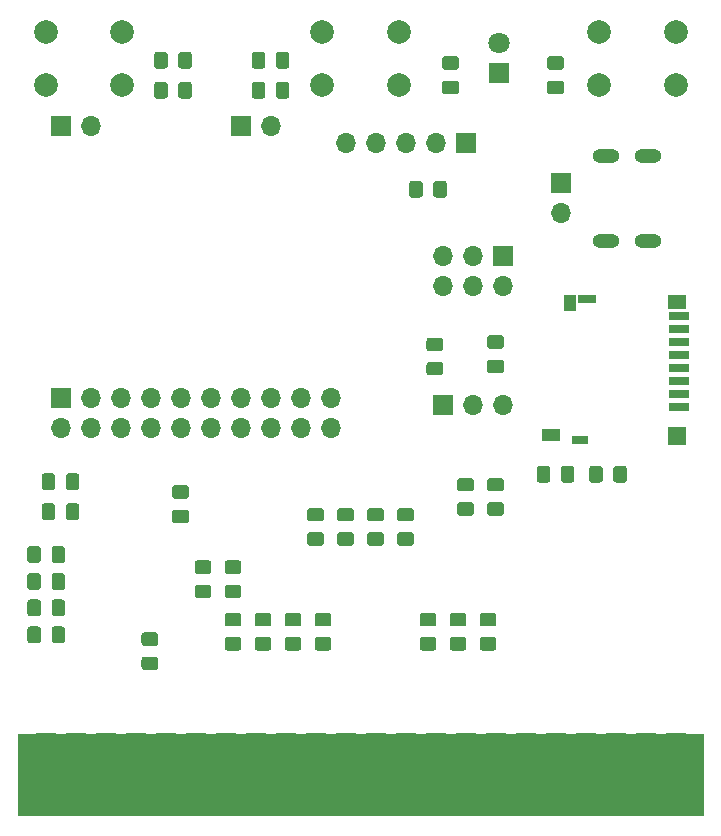
<source format=gbr>
G04 #@! TF.GenerationSoftware,KiCad,Pcbnew,(5.1.5)-3*
G04 #@! TF.CreationDate,2020-09-07T05:19:19-04:00*
G04 #@! TF.ProjectId,MONster64,4d4f4e73-7465-4723-9634-2e6b69636164,rev?*
G04 #@! TF.SameCoordinates,Original*
G04 #@! TF.FileFunction,Soldermask,Bot*
G04 #@! TF.FilePolarity,Negative*
%FSLAX46Y46*%
G04 Gerber Fmt 4.6, Leading zero omitted, Abs format (unit mm)*
G04 Created by KiCad (PCBNEW (5.1.5)-3) date 2020-09-07 05:19:19*
%MOMM*%
%LPD*%
G04 APERTURE LIST*
%ADD10C,0.100000*%
%ADD11R,1.800000X1.800000*%
%ADD12C,1.800000*%
%ADD13R,1.700000X1.700000*%
%ADD14O,1.700000X1.700000*%
%ADD15O,2.300000X1.200000*%
%ADD16R,1.750000X0.700000*%
%ADD17R,1.500000X1.300000*%
%ADD18R,1.500000X0.800000*%
%ADD19R,1.000000X1.450000*%
%ADD20R,1.400000X0.800000*%
%ADD21R,1.500000X1.500000*%
%ADD22R,1.550000X1.000000*%
%ADD23C,2.000000*%
%ADD24R,1.750000X7.000000*%
G04 APERTURE END LIST*
D10*
G36*
X57340500Y-132461000D02*
G01*
X57340500Y-139382500D01*
X115379500Y-139382500D01*
X115379500Y-132461000D01*
X57340500Y-132461000D01*
G37*
X57340500Y-132461000D02*
X57340500Y-139382500D01*
X115379500Y-139382500D01*
X115379500Y-132461000D01*
X57340500Y-132461000D01*
G36*
X59078005Y-121094204D02*
G01*
X59102273Y-121097804D01*
X59126072Y-121103765D01*
X59149171Y-121112030D01*
X59171350Y-121122520D01*
X59192393Y-121135132D01*
X59212099Y-121149747D01*
X59230277Y-121166223D01*
X59246753Y-121184401D01*
X59261368Y-121204107D01*
X59273980Y-121225150D01*
X59284470Y-121247329D01*
X59292735Y-121270428D01*
X59298696Y-121294227D01*
X59302296Y-121318495D01*
X59303500Y-121342999D01*
X59303500Y-122243001D01*
X59302296Y-122267505D01*
X59298696Y-122291773D01*
X59292735Y-122315572D01*
X59284470Y-122338671D01*
X59273980Y-122360850D01*
X59261368Y-122381893D01*
X59246753Y-122401599D01*
X59230277Y-122419777D01*
X59212099Y-122436253D01*
X59192393Y-122450868D01*
X59171350Y-122463480D01*
X59149171Y-122473970D01*
X59126072Y-122482235D01*
X59102273Y-122488196D01*
X59078005Y-122491796D01*
X59053501Y-122493000D01*
X58403499Y-122493000D01*
X58378995Y-122491796D01*
X58354727Y-122488196D01*
X58330928Y-122482235D01*
X58307829Y-122473970D01*
X58285650Y-122463480D01*
X58264607Y-122450868D01*
X58244901Y-122436253D01*
X58226723Y-122419777D01*
X58210247Y-122401599D01*
X58195632Y-122381893D01*
X58183020Y-122360850D01*
X58172530Y-122338671D01*
X58164265Y-122315572D01*
X58158304Y-122291773D01*
X58154704Y-122267505D01*
X58153500Y-122243001D01*
X58153500Y-121342999D01*
X58154704Y-121318495D01*
X58158304Y-121294227D01*
X58164265Y-121270428D01*
X58172530Y-121247329D01*
X58183020Y-121225150D01*
X58195632Y-121204107D01*
X58210247Y-121184401D01*
X58226723Y-121166223D01*
X58244901Y-121149747D01*
X58264607Y-121135132D01*
X58285650Y-121122520D01*
X58307829Y-121112030D01*
X58330928Y-121103765D01*
X58354727Y-121097804D01*
X58378995Y-121094204D01*
X58403499Y-121093000D01*
X59053501Y-121093000D01*
X59078005Y-121094204D01*
G37*
G36*
X61128005Y-121094204D02*
G01*
X61152273Y-121097804D01*
X61176072Y-121103765D01*
X61199171Y-121112030D01*
X61221350Y-121122520D01*
X61242393Y-121135132D01*
X61262099Y-121149747D01*
X61280277Y-121166223D01*
X61296753Y-121184401D01*
X61311368Y-121204107D01*
X61323980Y-121225150D01*
X61334470Y-121247329D01*
X61342735Y-121270428D01*
X61348696Y-121294227D01*
X61352296Y-121318495D01*
X61353500Y-121342999D01*
X61353500Y-122243001D01*
X61352296Y-122267505D01*
X61348696Y-122291773D01*
X61342735Y-122315572D01*
X61334470Y-122338671D01*
X61323980Y-122360850D01*
X61311368Y-122381893D01*
X61296753Y-122401599D01*
X61280277Y-122419777D01*
X61262099Y-122436253D01*
X61242393Y-122450868D01*
X61221350Y-122463480D01*
X61199171Y-122473970D01*
X61176072Y-122482235D01*
X61152273Y-122488196D01*
X61128005Y-122491796D01*
X61103501Y-122493000D01*
X60453499Y-122493000D01*
X60428995Y-122491796D01*
X60404727Y-122488196D01*
X60380928Y-122482235D01*
X60357829Y-122473970D01*
X60335650Y-122463480D01*
X60314607Y-122450868D01*
X60294901Y-122436253D01*
X60276723Y-122419777D01*
X60260247Y-122401599D01*
X60245632Y-122381893D01*
X60233020Y-122360850D01*
X60222530Y-122338671D01*
X60214265Y-122315572D01*
X60208304Y-122291773D01*
X60204704Y-122267505D01*
X60203500Y-122243001D01*
X60203500Y-121342999D01*
X60204704Y-121318495D01*
X60208304Y-121294227D01*
X60214265Y-121270428D01*
X60222530Y-121247329D01*
X60233020Y-121225150D01*
X60245632Y-121204107D01*
X60260247Y-121184401D01*
X60276723Y-121166223D01*
X60294901Y-121149747D01*
X60314607Y-121135132D01*
X60335650Y-121122520D01*
X60357829Y-121112030D01*
X60380928Y-121103765D01*
X60404727Y-121097804D01*
X60428995Y-121094204D01*
X60453499Y-121093000D01*
X61103501Y-121093000D01*
X61128005Y-121094204D01*
G37*
G36*
X61128005Y-123380204D02*
G01*
X61152273Y-123383804D01*
X61176072Y-123389765D01*
X61199171Y-123398030D01*
X61221350Y-123408520D01*
X61242393Y-123421132D01*
X61262099Y-123435747D01*
X61280277Y-123452223D01*
X61296753Y-123470401D01*
X61311368Y-123490107D01*
X61323980Y-123511150D01*
X61334470Y-123533329D01*
X61342735Y-123556428D01*
X61348696Y-123580227D01*
X61352296Y-123604495D01*
X61353500Y-123628999D01*
X61353500Y-124529001D01*
X61352296Y-124553505D01*
X61348696Y-124577773D01*
X61342735Y-124601572D01*
X61334470Y-124624671D01*
X61323980Y-124646850D01*
X61311368Y-124667893D01*
X61296753Y-124687599D01*
X61280277Y-124705777D01*
X61262099Y-124722253D01*
X61242393Y-124736868D01*
X61221350Y-124749480D01*
X61199171Y-124759970D01*
X61176072Y-124768235D01*
X61152273Y-124774196D01*
X61128005Y-124777796D01*
X61103501Y-124779000D01*
X60453499Y-124779000D01*
X60428995Y-124777796D01*
X60404727Y-124774196D01*
X60380928Y-124768235D01*
X60357829Y-124759970D01*
X60335650Y-124749480D01*
X60314607Y-124736868D01*
X60294901Y-124722253D01*
X60276723Y-124705777D01*
X60260247Y-124687599D01*
X60245632Y-124667893D01*
X60233020Y-124646850D01*
X60222530Y-124624671D01*
X60214265Y-124601572D01*
X60208304Y-124577773D01*
X60204704Y-124553505D01*
X60203500Y-124529001D01*
X60203500Y-123628999D01*
X60204704Y-123604495D01*
X60208304Y-123580227D01*
X60214265Y-123556428D01*
X60222530Y-123533329D01*
X60233020Y-123511150D01*
X60245632Y-123490107D01*
X60260247Y-123470401D01*
X60276723Y-123452223D01*
X60294901Y-123435747D01*
X60314607Y-123421132D01*
X60335650Y-123408520D01*
X60357829Y-123398030D01*
X60380928Y-123389765D01*
X60404727Y-123383804D01*
X60428995Y-123380204D01*
X60453499Y-123379000D01*
X61103501Y-123379000D01*
X61128005Y-123380204D01*
G37*
G36*
X59078005Y-123380204D02*
G01*
X59102273Y-123383804D01*
X59126072Y-123389765D01*
X59149171Y-123398030D01*
X59171350Y-123408520D01*
X59192393Y-123421132D01*
X59212099Y-123435747D01*
X59230277Y-123452223D01*
X59246753Y-123470401D01*
X59261368Y-123490107D01*
X59273980Y-123511150D01*
X59284470Y-123533329D01*
X59292735Y-123556428D01*
X59298696Y-123580227D01*
X59302296Y-123604495D01*
X59303500Y-123628999D01*
X59303500Y-124529001D01*
X59302296Y-124553505D01*
X59298696Y-124577773D01*
X59292735Y-124601572D01*
X59284470Y-124624671D01*
X59273980Y-124646850D01*
X59261368Y-124667893D01*
X59246753Y-124687599D01*
X59230277Y-124705777D01*
X59212099Y-124722253D01*
X59192393Y-124736868D01*
X59171350Y-124749480D01*
X59149171Y-124759970D01*
X59126072Y-124768235D01*
X59102273Y-124774196D01*
X59078005Y-124777796D01*
X59053501Y-124779000D01*
X58403499Y-124779000D01*
X58378995Y-124777796D01*
X58354727Y-124774196D01*
X58330928Y-124768235D01*
X58307829Y-124759970D01*
X58285650Y-124749480D01*
X58264607Y-124736868D01*
X58244901Y-124722253D01*
X58226723Y-124705777D01*
X58210247Y-124687599D01*
X58195632Y-124667893D01*
X58183020Y-124646850D01*
X58172530Y-124624671D01*
X58164265Y-124601572D01*
X58158304Y-124577773D01*
X58154704Y-124553505D01*
X58153500Y-124529001D01*
X58153500Y-123628999D01*
X58154704Y-123604495D01*
X58158304Y-123580227D01*
X58164265Y-123556428D01*
X58172530Y-123533329D01*
X58183020Y-123511150D01*
X58195632Y-123490107D01*
X58210247Y-123470401D01*
X58226723Y-123452223D01*
X58244901Y-123435747D01*
X58264607Y-123421132D01*
X58285650Y-123408520D01*
X58307829Y-123398030D01*
X58330928Y-123389765D01*
X58354727Y-123383804D01*
X58378995Y-123380204D01*
X58403499Y-123379000D01*
X59053501Y-123379000D01*
X59078005Y-123380204D01*
G37*
G36*
X61128005Y-118871704D02*
G01*
X61152273Y-118875304D01*
X61176072Y-118881265D01*
X61199171Y-118889530D01*
X61221350Y-118900020D01*
X61242393Y-118912632D01*
X61262099Y-118927247D01*
X61280277Y-118943723D01*
X61296753Y-118961901D01*
X61311368Y-118981607D01*
X61323980Y-119002650D01*
X61334470Y-119024829D01*
X61342735Y-119047928D01*
X61348696Y-119071727D01*
X61352296Y-119095995D01*
X61353500Y-119120499D01*
X61353500Y-120020501D01*
X61352296Y-120045005D01*
X61348696Y-120069273D01*
X61342735Y-120093072D01*
X61334470Y-120116171D01*
X61323980Y-120138350D01*
X61311368Y-120159393D01*
X61296753Y-120179099D01*
X61280277Y-120197277D01*
X61262099Y-120213753D01*
X61242393Y-120228368D01*
X61221350Y-120240980D01*
X61199171Y-120251470D01*
X61176072Y-120259735D01*
X61152273Y-120265696D01*
X61128005Y-120269296D01*
X61103501Y-120270500D01*
X60453499Y-120270500D01*
X60428995Y-120269296D01*
X60404727Y-120265696D01*
X60380928Y-120259735D01*
X60357829Y-120251470D01*
X60335650Y-120240980D01*
X60314607Y-120228368D01*
X60294901Y-120213753D01*
X60276723Y-120197277D01*
X60260247Y-120179099D01*
X60245632Y-120159393D01*
X60233020Y-120138350D01*
X60222530Y-120116171D01*
X60214265Y-120093072D01*
X60208304Y-120069273D01*
X60204704Y-120045005D01*
X60203500Y-120020501D01*
X60203500Y-119120499D01*
X60204704Y-119095995D01*
X60208304Y-119071727D01*
X60214265Y-119047928D01*
X60222530Y-119024829D01*
X60233020Y-119002650D01*
X60245632Y-118981607D01*
X60260247Y-118961901D01*
X60276723Y-118943723D01*
X60294901Y-118927247D01*
X60314607Y-118912632D01*
X60335650Y-118900020D01*
X60357829Y-118889530D01*
X60380928Y-118881265D01*
X60404727Y-118875304D01*
X60428995Y-118871704D01*
X60453499Y-118870500D01*
X61103501Y-118870500D01*
X61128005Y-118871704D01*
G37*
G36*
X59078005Y-118871704D02*
G01*
X59102273Y-118875304D01*
X59126072Y-118881265D01*
X59149171Y-118889530D01*
X59171350Y-118900020D01*
X59192393Y-118912632D01*
X59212099Y-118927247D01*
X59230277Y-118943723D01*
X59246753Y-118961901D01*
X59261368Y-118981607D01*
X59273980Y-119002650D01*
X59284470Y-119024829D01*
X59292735Y-119047928D01*
X59298696Y-119071727D01*
X59302296Y-119095995D01*
X59303500Y-119120499D01*
X59303500Y-120020501D01*
X59302296Y-120045005D01*
X59298696Y-120069273D01*
X59292735Y-120093072D01*
X59284470Y-120116171D01*
X59273980Y-120138350D01*
X59261368Y-120159393D01*
X59246753Y-120179099D01*
X59230277Y-120197277D01*
X59212099Y-120213753D01*
X59192393Y-120228368D01*
X59171350Y-120240980D01*
X59149171Y-120251470D01*
X59126072Y-120259735D01*
X59102273Y-120265696D01*
X59078005Y-120269296D01*
X59053501Y-120270500D01*
X58403499Y-120270500D01*
X58378995Y-120269296D01*
X58354727Y-120265696D01*
X58330928Y-120259735D01*
X58307829Y-120251470D01*
X58285650Y-120240980D01*
X58264607Y-120228368D01*
X58244901Y-120213753D01*
X58226723Y-120197277D01*
X58210247Y-120179099D01*
X58195632Y-120159393D01*
X58183020Y-120138350D01*
X58172530Y-120116171D01*
X58164265Y-120093072D01*
X58158304Y-120069273D01*
X58154704Y-120045005D01*
X58153500Y-120020501D01*
X58153500Y-119120499D01*
X58154704Y-119095995D01*
X58158304Y-119071727D01*
X58164265Y-119047928D01*
X58172530Y-119024829D01*
X58183020Y-119002650D01*
X58195632Y-118981607D01*
X58210247Y-118961901D01*
X58226723Y-118943723D01*
X58244901Y-118927247D01*
X58264607Y-118912632D01*
X58285650Y-118900020D01*
X58307829Y-118889530D01*
X58330928Y-118881265D01*
X58354727Y-118875304D01*
X58378995Y-118871704D01*
X58403499Y-118870500D01*
X59053501Y-118870500D01*
X59078005Y-118871704D01*
G37*
G36*
X59078005Y-116585704D02*
G01*
X59102273Y-116589304D01*
X59126072Y-116595265D01*
X59149171Y-116603530D01*
X59171350Y-116614020D01*
X59192393Y-116626632D01*
X59212099Y-116641247D01*
X59230277Y-116657723D01*
X59246753Y-116675901D01*
X59261368Y-116695607D01*
X59273980Y-116716650D01*
X59284470Y-116738829D01*
X59292735Y-116761928D01*
X59298696Y-116785727D01*
X59302296Y-116809995D01*
X59303500Y-116834499D01*
X59303500Y-117734501D01*
X59302296Y-117759005D01*
X59298696Y-117783273D01*
X59292735Y-117807072D01*
X59284470Y-117830171D01*
X59273980Y-117852350D01*
X59261368Y-117873393D01*
X59246753Y-117893099D01*
X59230277Y-117911277D01*
X59212099Y-117927753D01*
X59192393Y-117942368D01*
X59171350Y-117954980D01*
X59149171Y-117965470D01*
X59126072Y-117973735D01*
X59102273Y-117979696D01*
X59078005Y-117983296D01*
X59053501Y-117984500D01*
X58403499Y-117984500D01*
X58378995Y-117983296D01*
X58354727Y-117979696D01*
X58330928Y-117973735D01*
X58307829Y-117965470D01*
X58285650Y-117954980D01*
X58264607Y-117942368D01*
X58244901Y-117927753D01*
X58226723Y-117911277D01*
X58210247Y-117893099D01*
X58195632Y-117873393D01*
X58183020Y-117852350D01*
X58172530Y-117830171D01*
X58164265Y-117807072D01*
X58158304Y-117783273D01*
X58154704Y-117759005D01*
X58153500Y-117734501D01*
X58153500Y-116834499D01*
X58154704Y-116809995D01*
X58158304Y-116785727D01*
X58164265Y-116761928D01*
X58172530Y-116738829D01*
X58183020Y-116716650D01*
X58195632Y-116695607D01*
X58210247Y-116675901D01*
X58226723Y-116657723D01*
X58244901Y-116641247D01*
X58264607Y-116626632D01*
X58285650Y-116614020D01*
X58307829Y-116603530D01*
X58330928Y-116595265D01*
X58354727Y-116589304D01*
X58378995Y-116585704D01*
X58403499Y-116584500D01*
X59053501Y-116584500D01*
X59078005Y-116585704D01*
G37*
G36*
X61128005Y-116585704D02*
G01*
X61152273Y-116589304D01*
X61176072Y-116595265D01*
X61199171Y-116603530D01*
X61221350Y-116614020D01*
X61242393Y-116626632D01*
X61262099Y-116641247D01*
X61280277Y-116657723D01*
X61296753Y-116675901D01*
X61311368Y-116695607D01*
X61323980Y-116716650D01*
X61334470Y-116738829D01*
X61342735Y-116761928D01*
X61348696Y-116785727D01*
X61352296Y-116809995D01*
X61353500Y-116834499D01*
X61353500Y-117734501D01*
X61352296Y-117759005D01*
X61348696Y-117783273D01*
X61342735Y-117807072D01*
X61334470Y-117830171D01*
X61323980Y-117852350D01*
X61311368Y-117873393D01*
X61296753Y-117893099D01*
X61280277Y-117911277D01*
X61262099Y-117927753D01*
X61242393Y-117942368D01*
X61221350Y-117954980D01*
X61199171Y-117965470D01*
X61176072Y-117973735D01*
X61152273Y-117979696D01*
X61128005Y-117983296D01*
X61103501Y-117984500D01*
X60453499Y-117984500D01*
X60428995Y-117983296D01*
X60404727Y-117979696D01*
X60380928Y-117973735D01*
X60357829Y-117965470D01*
X60335650Y-117954980D01*
X60314607Y-117942368D01*
X60294901Y-117927753D01*
X60276723Y-117911277D01*
X60260247Y-117893099D01*
X60245632Y-117873393D01*
X60233020Y-117852350D01*
X60222530Y-117830171D01*
X60214265Y-117807072D01*
X60208304Y-117783273D01*
X60204704Y-117759005D01*
X60203500Y-117734501D01*
X60203500Y-116834499D01*
X60204704Y-116809995D01*
X60208304Y-116785727D01*
X60214265Y-116761928D01*
X60222530Y-116738829D01*
X60233020Y-116716650D01*
X60245632Y-116695607D01*
X60260247Y-116675901D01*
X60276723Y-116657723D01*
X60294901Y-116641247D01*
X60314607Y-116626632D01*
X60335650Y-116614020D01*
X60357829Y-116603530D01*
X60380928Y-116595265D01*
X60404727Y-116589304D01*
X60428995Y-116585704D01*
X60453499Y-116584500D01*
X61103501Y-116584500D01*
X61128005Y-116585704D01*
G37*
G36*
X81119505Y-124276204D02*
G01*
X81143773Y-124279804D01*
X81167572Y-124285765D01*
X81190671Y-124294030D01*
X81212850Y-124304520D01*
X81233893Y-124317132D01*
X81253599Y-124331747D01*
X81271777Y-124348223D01*
X81288253Y-124366401D01*
X81302868Y-124386107D01*
X81315480Y-124407150D01*
X81325970Y-124429329D01*
X81334235Y-124452428D01*
X81340196Y-124476227D01*
X81343796Y-124500495D01*
X81345000Y-124524999D01*
X81345000Y-125175001D01*
X81343796Y-125199505D01*
X81340196Y-125223773D01*
X81334235Y-125247572D01*
X81325970Y-125270671D01*
X81315480Y-125292850D01*
X81302868Y-125313893D01*
X81288253Y-125333599D01*
X81271777Y-125351777D01*
X81253599Y-125368253D01*
X81233893Y-125382868D01*
X81212850Y-125395480D01*
X81190671Y-125405970D01*
X81167572Y-125414235D01*
X81143773Y-125420196D01*
X81119505Y-125423796D01*
X81095001Y-125425000D01*
X80194999Y-125425000D01*
X80170495Y-125423796D01*
X80146227Y-125420196D01*
X80122428Y-125414235D01*
X80099329Y-125405970D01*
X80077150Y-125395480D01*
X80056107Y-125382868D01*
X80036401Y-125368253D01*
X80018223Y-125351777D01*
X80001747Y-125333599D01*
X79987132Y-125313893D01*
X79974520Y-125292850D01*
X79964030Y-125270671D01*
X79955765Y-125247572D01*
X79949804Y-125223773D01*
X79946204Y-125199505D01*
X79945000Y-125175001D01*
X79945000Y-124524999D01*
X79946204Y-124500495D01*
X79949804Y-124476227D01*
X79955765Y-124452428D01*
X79964030Y-124429329D01*
X79974520Y-124407150D01*
X79987132Y-124386107D01*
X80001747Y-124366401D01*
X80018223Y-124348223D01*
X80036401Y-124331747D01*
X80056107Y-124317132D01*
X80077150Y-124304520D01*
X80099329Y-124294030D01*
X80122428Y-124285765D01*
X80146227Y-124279804D01*
X80170495Y-124276204D01*
X80194999Y-124275000D01*
X81095001Y-124275000D01*
X81119505Y-124276204D01*
G37*
G36*
X81119505Y-122226204D02*
G01*
X81143773Y-122229804D01*
X81167572Y-122235765D01*
X81190671Y-122244030D01*
X81212850Y-122254520D01*
X81233893Y-122267132D01*
X81253599Y-122281747D01*
X81271777Y-122298223D01*
X81288253Y-122316401D01*
X81302868Y-122336107D01*
X81315480Y-122357150D01*
X81325970Y-122379329D01*
X81334235Y-122402428D01*
X81340196Y-122426227D01*
X81343796Y-122450495D01*
X81345000Y-122474999D01*
X81345000Y-123125001D01*
X81343796Y-123149505D01*
X81340196Y-123173773D01*
X81334235Y-123197572D01*
X81325970Y-123220671D01*
X81315480Y-123242850D01*
X81302868Y-123263893D01*
X81288253Y-123283599D01*
X81271777Y-123301777D01*
X81253599Y-123318253D01*
X81233893Y-123332868D01*
X81212850Y-123345480D01*
X81190671Y-123355970D01*
X81167572Y-123364235D01*
X81143773Y-123370196D01*
X81119505Y-123373796D01*
X81095001Y-123375000D01*
X80194999Y-123375000D01*
X80170495Y-123373796D01*
X80146227Y-123370196D01*
X80122428Y-123364235D01*
X80099329Y-123355970D01*
X80077150Y-123345480D01*
X80056107Y-123332868D01*
X80036401Y-123318253D01*
X80018223Y-123301777D01*
X80001747Y-123283599D01*
X79987132Y-123263893D01*
X79974520Y-123242850D01*
X79964030Y-123220671D01*
X79955765Y-123197572D01*
X79949804Y-123173773D01*
X79946204Y-123149505D01*
X79945000Y-123125001D01*
X79945000Y-122474999D01*
X79946204Y-122450495D01*
X79949804Y-122426227D01*
X79955765Y-122402428D01*
X79964030Y-122379329D01*
X79974520Y-122357150D01*
X79987132Y-122336107D01*
X80001747Y-122316401D01*
X80018223Y-122298223D01*
X80036401Y-122281747D01*
X80056107Y-122267132D01*
X80077150Y-122254520D01*
X80099329Y-122244030D01*
X80122428Y-122235765D01*
X80146227Y-122229804D01*
X80170495Y-122226204D01*
X80194999Y-122225000D01*
X81095001Y-122225000D01*
X81119505Y-122226204D01*
G37*
G36*
X83024505Y-113336204D02*
G01*
X83048773Y-113339804D01*
X83072572Y-113345765D01*
X83095671Y-113354030D01*
X83117850Y-113364520D01*
X83138893Y-113377132D01*
X83158599Y-113391747D01*
X83176777Y-113408223D01*
X83193253Y-113426401D01*
X83207868Y-113446107D01*
X83220480Y-113467150D01*
X83230970Y-113489329D01*
X83239235Y-113512428D01*
X83245196Y-113536227D01*
X83248796Y-113560495D01*
X83250000Y-113584999D01*
X83250000Y-114235001D01*
X83248796Y-114259505D01*
X83245196Y-114283773D01*
X83239235Y-114307572D01*
X83230970Y-114330671D01*
X83220480Y-114352850D01*
X83207868Y-114373893D01*
X83193253Y-114393599D01*
X83176777Y-114411777D01*
X83158599Y-114428253D01*
X83138893Y-114442868D01*
X83117850Y-114455480D01*
X83095671Y-114465970D01*
X83072572Y-114474235D01*
X83048773Y-114480196D01*
X83024505Y-114483796D01*
X83000001Y-114485000D01*
X82099999Y-114485000D01*
X82075495Y-114483796D01*
X82051227Y-114480196D01*
X82027428Y-114474235D01*
X82004329Y-114465970D01*
X81982150Y-114455480D01*
X81961107Y-114442868D01*
X81941401Y-114428253D01*
X81923223Y-114411777D01*
X81906747Y-114393599D01*
X81892132Y-114373893D01*
X81879520Y-114352850D01*
X81869030Y-114330671D01*
X81860765Y-114307572D01*
X81854804Y-114283773D01*
X81851204Y-114259505D01*
X81850000Y-114235001D01*
X81850000Y-113584999D01*
X81851204Y-113560495D01*
X81854804Y-113536227D01*
X81860765Y-113512428D01*
X81869030Y-113489329D01*
X81879520Y-113467150D01*
X81892132Y-113446107D01*
X81906747Y-113426401D01*
X81923223Y-113408223D01*
X81941401Y-113391747D01*
X81961107Y-113377132D01*
X81982150Y-113364520D01*
X82004329Y-113354030D01*
X82027428Y-113345765D01*
X82051227Y-113339804D01*
X82075495Y-113336204D01*
X82099999Y-113335000D01*
X83000001Y-113335000D01*
X83024505Y-113336204D01*
G37*
G36*
X83024505Y-115386204D02*
G01*
X83048773Y-115389804D01*
X83072572Y-115395765D01*
X83095671Y-115404030D01*
X83117850Y-115414520D01*
X83138893Y-115427132D01*
X83158599Y-115441747D01*
X83176777Y-115458223D01*
X83193253Y-115476401D01*
X83207868Y-115496107D01*
X83220480Y-115517150D01*
X83230970Y-115539329D01*
X83239235Y-115562428D01*
X83245196Y-115586227D01*
X83248796Y-115610495D01*
X83250000Y-115634999D01*
X83250000Y-116285001D01*
X83248796Y-116309505D01*
X83245196Y-116333773D01*
X83239235Y-116357572D01*
X83230970Y-116380671D01*
X83220480Y-116402850D01*
X83207868Y-116423893D01*
X83193253Y-116443599D01*
X83176777Y-116461777D01*
X83158599Y-116478253D01*
X83138893Y-116492868D01*
X83117850Y-116505480D01*
X83095671Y-116515970D01*
X83072572Y-116524235D01*
X83048773Y-116530196D01*
X83024505Y-116533796D01*
X83000001Y-116535000D01*
X82099999Y-116535000D01*
X82075495Y-116533796D01*
X82051227Y-116530196D01*
X82027428Y-116524235D01*
X82004329Y-116515970D01*
X81982150Y-116505480D01*
X81961107Y-116492868D01*
X81941401Y-116478253D01*
X81923223Y-116461777D01*
X81906747Y-116443599D01*
X81892132Y-116423893D01*
X81879520Y-116402850D01*
X81869030Y-116380671D01*
X81860765Y-116357572D01*
X81854804Y-116333773D01*
X81851204Y-116309505D01*
X81850000Y-116285001D01*
X81850000Y-115634999D01*
X81851204Y-115610495D01*
X81854804Y-115586227D01*
X81860765Y-115562428D01*
X81869030Y-115539329D01*
X81879520Y-115517150D01*
X81892132Y-115496107D01*
X81906747Y-115476401D01*
X81923223Y-115458223D01*
X81941401Y-115441747D01*
X81961107Y-115427132D01*
X81982150Y-115414520D01*
X82004329Y-115404030D01*
X82027428Y-115395765D01*
X82051227Y-115389804D01*
X82075495Y-115386204D01*
X82099999Y-115385000D01*
X83000001Y-115385000D01*
X83024505Y-115386204D01*
G37*
G36*
X85564505Y-115386204D02*
G01*
X85588773Y-115389804D01*
X85612572Y-115395765D01*
X85635671Y-115404030D01*
X85657850Y-115414520D01*
X85678893Y-115427132D01*
X85698599Y-115441747D01*
X85716777Y-115458223D01*
X85733253Y-115476401D01*
X85747868Y-115496107D01*
X85760480Y-115517150D01*
X85770970Y-115539329D01*
X85779235Y-115562428D01*
X85785196Y-115586227D01*
X85788796Y-115610495D01*
X85790000Y-115634999D01*
X85790000Y-116285001D01*
X85788796Y-116309505D01*
X85785196Y-116333773D01*
X85779235Y-116357572D01*
X85770970Y-116380671D01*
X85760480Y-116402850D01*
X85747868Y-116423893D01*
X85733253Y-116443599D01*
X85716777Y-116461777D01*
X85698599Y-116478253D01*
X85678893Y-116492868D01*
X85657850Y-116505480D01*
X85635671Y-116515970D01*
X85612572Y-116524235D01*
X85588773Y-116530196D01*
X85564505Y-116533796D01*
X85540001Y-116535000D01*
X84639999Y-116535000D01*
X84615495Y-116533796D01*
X84591227Y-116530196D01*
X84567428Y-116524235D01*
X84544329Y-116515970D01*
X84522150Y-116505480D01*
X84501107Y-116492868D01*
X84481401Y-116478253D01*
X84463223Y-116461777D01*
X84446747Y-116443599D01*
X84432132Y-116423893D01*
X84419520Y-116402850D01*
X84409030Y-116380671D01*
X84400765Y-116357572D01*
X84394804Y-116333773D01*
X84391204Y-116309505D01*
X84390000Y-116285001D01*
X84390000Y-115634999D01*
X84391204Y-115610495D01*
X84394804Y-115586227D01*
X84400765Y-115562428D01*
X84409030Y-115539329D01*
X84419520Y-115517150D01*
X84432132Y-115496107D01*
X84446747Y-115476401D01*
X84463223Y-115458223D01*
X84481401Y-115441747D01*
X84501107Y-115427132D01*
X84522150Y-115414520D01*
X84544329Y-115404030D01*
X84567428Y-115395765D01*
X84591227Y-115389804D01*
X84615495Y-115386204D01*
X84639999Y-115385000D01*
X85540001Y-115385000D01*
X85564505Y-115386204D01*
G37*
G36*
X85564505Y-113336204D02*
G01*
X85588773Y-113339804D01*
X85612572Y-113345765D01*
X85635671Y-113354030D01*
X85657850Y-113364520D01*
X85678893Y-113377132D01*
X85698599Y-113391747D01*
X85716777Y-113408223D01*
X85733253Y-113426401D01*
X85747868Y-113446107D01*
X85760480Y-113467150D01*
X85770970Y-113489329D01*
X85779235Y-113512428D01*
X85785196Y-113536227D01*
X85788796Y-113560495D01*
X85790000Y-113584999D01*
X85790000Y-114235001D01*
X85788796Y-114259505D01*
X85785196Y-114283773D01*
X85779235Y-114307572D01*
X85770970Y-114330671D01*
X85760480Y-114352850D01*
X85747868Y-114373893D01*
X85733253Y-114393599D01*
X85716777Y-114411777D01*
X85698599Y-114428253D01*
X85678893Y-114442868D01*
X85657850Y-114455480D01*
X85635671Y-114465970D01*
X85612572Y-114474235D01*
X85588773Y-114480196D01*
X85564505Y-114483796D01*
X85540001Y-114485000D01*
X84639999Y-114485000D01*
X84615495Y-114483796D01*
X84591227Y-114480196D01*
X84567428Y-114474235D01*
X84544329Y-114465970D01*
X84522150Y-114455480D01*
X84501107Y-114442868D01*
X84481401Y-114428253D01*
X84463223Y-114411777D01*
X84446747Y-114393599D01*
X84432132Y-114373893D01*
X84419520Y-114352850D01*
X84409030Y-114330671D01*
X84400765Y-114307572D01*
X84394804Y-114283773D01*
X84391204Y-114259505D01*
X84390000Y-114235001D01*
X84390000Y-113584999D01*
X84391204Y-113560495D01*
X84394804Y-113536227D01*
X84400765Y-113512428D01*
X84409030Y-113489329D01*
X84419520Y-113467150D01*
X84432132Y-113446107D01*
X84446747Y-113426401D01*
X84463223Y-113408223D01*
X84481401Y-113391747D01*
X84501107Y-113377132D01*
X84522150Y-113364520D01*
X84544329Y-113354030D01*
X84567428Y-113345765D01*
X84591227Y-113339804D01*
X84615495Y-113336204D01*
X84639999Y-113335000D01*
X85540001Y-113335000D01*
X85564505Y-113336204D01*
G37*
G36*
X95724505Y-110796204D02*
G01*
X95748773Y-110799804D01*
X95772572Y-110805765D01*
X95795671Y-110814030D01*
X95817850Y-110824520D01*
X95838893Y-110837132D01*
X95858599Y-110851747D01*
X95876777Y-110868223D01*
X95893253Y-110886401D01*
X95907868Y-110906107D01*
X95920480Y-110927150D01*
X95930970Y-110949329D01*
X95939235Y-110972428D01*
X95945196Y-110996227D01*
X95948796Y-111020495D01*
X95950000Y-111044999D01*
X95950000Y-111695001D01*
X95948796Y-111719505D01*
X95945196Y-111743773D01*
X95939235Y-111767572D01*
X95930970Y-111790671D01*
X95920480Y-111812850D01*
X95907868Y-111833893D01*
X95893253Y-111853599D01*
X95876777Y-111871777D01*
X95858599Y-111888253D01*
X95838893Y-111902868D01*
X95817850Y-111915480D01*
X95795671Y-111925970D01*
X95772572Y-111934235D01*
X95748773Y-111940196D01*
X95724505Y-111943796D01*
X95700001Y-111945000D01*
X94799999Y-111945000D01*
X94775495Y-111943796D01*
X94751227Y-111940196D01*
X94727428Y-111934235D01*
X94704329Y-111925970D01*
X94682150Y-111915480D01*
X94661107Y-111902868D01*
X94641401Y-111888253D01*
X94623223Y-111871777D01*
X94606747Y-111853599D01*
X94592132Y-111833893D01*
X94579520Y-111812850D01*
X94569030Y-111790671D01*
X94560765Y-111767572D01*
X94554804Y-111743773D01*
X94551204Y-111719505D01*
X94550000Y-111695001D01*
X94550000Y-111044999D01*
X94551204Y-111020495D01*
X94554804Y-110996227D01*
X94560765Y-110972428D01*
X94569030Y-110949329D01*
X94579520Y-110927150D01*
X94592132Y-110906107D01*
X94606747Y-110886401D01*
X94623223Y-110868223D01*
X94641401Y-110851747D01*
X94661107Y-110837132D01*
X94682150Y-110824520D01*
X94704329Y-110814030D01*
X94727428Y-110805765D01*
X94751227Y-110799804D01*
X94775495Y-110796204D01*
X94799999Y-110795000D01*
X95700001Y-110795000D01*
X95724505Y-110796204D01*
G37*
G36*
X95724505Y-112846204D02*
G01*
X95748773Y-112849804D01*
X95772572Y-112855765D01*
X95795671Y-112864030D01*
X95817850Y-112874520D01*
X95838893Y-112887132D01*
X95858599Y-112901747D01*
X95876777Y-112918223D01*
X95893253Y-112936401D01*
X95907868Y-112956107D01*
X95920480Y-112977150D01*
X95930970Y-112999329D01*
X95939235Y-113022428D01*
X95945196Y-113046227D01*
X95948796Y-113070495D01*
X95950000Y-113094999D01*
X95950000Y-113745001D01*
X95948796Y-113769505D01*
X95945196Y-113793773D01*
X95939235Y-113817572D01*
X95930970Y-113840671D01*
X95920480Y-113862850D01*
X95907868Y-113883893D01*
X95893253Y-113903599D01*
X95876777Y-113921777D01*
X95858599Y-113938253D01*
X95838893Y-113952868D01*
X95817850Y-113965480D01*
X95795671Y-113975970D01*
X95772572Y-113984235D01*
X95748773Y-113990196D01*
X95724505Y-113993796D01*
X95700001Y-113995000D01*
X94799999Y-113995000D01*
X94775495Y-113993796D01*
X94751227Y-113990196D01*
X94727428Y-113984235D01*
X94704329Y-113975970D01*
X94682150Y-113965480D01*
X94661107Y-113952868D01*
X94641401Y-113938253D01*
X94623223Y-113921777D01*
X94606747Y-113903599D01*
X94592132Y-113883893D01*
X94579520Y-113862850D01*
X94569030Y-113840671D01*
X94560765Y-113817572D01*
X94554804Y-113793773D01*
X94551204Y-113769505D01*
X94550000Y-113745001D01*
X94550000Y-113094999D01*
X94551204Y-113070495D01*
X94554804Y-113046227D01*
X94560765Y-113022428D01*
X94569030Y-112999329D01*
X94579520Y-112977150D01*
X94592132Y-112956107D01*
X94606747Y-112936401D01*
X94623223Y-112918223D01*
X94641401Y-112901747D01*
X94661107Y-112887132D01*
X94682150Y-112874520D01*
X94704329Y-112864030D01*
X94727428Y-112855765D01*
X94751227Y-112849804D01*
X94775495Y-112846204D01*
X94799999Y-112845000D01*
X95700001Y-112845000D01*
X95724505Y-112846204D01*
G37*
G36*
X98264505Y-112846204D02*
G01*
X98288773Y-112849804D01*
X98312572Y-112855765D01*
X98335671Y-112864030D01*
X98357850Y-112874520D01*
X98378893Y-112887132D01*
X98398599Y-112901747D01*
X98416777Y-112918223D01*
X98433253Y-112936401D01*
X98447868Y-112956107D01*
X98460480Y-112977150D01*
X98470970Y-112999329D01*
X98479235Y-113022428D01*
X98485196Y-113046227D01*
X98488796Y-113070495D01*
X98490000Y-113094999D01*
X98490000Y-113745001D01*
X98488796Y-113769505D01*
X98485196Y-113793773D01*
X98479235Y-113817572D01*
X98470970Y-113840671D01*
X98460480Y-113862850D01*
X98447868Y-113883893D01*
X98433253Y-113903599D01*
X98416777Y-113921777D01*
X98398599Y-113938253D01*
X98378893Y-113952868D01*
X98357850Y-113965480D01*
X98335671Y-113975970D01*
X98312572Y-113984235D01*
X98288773Y-113990196D01*
X98264505Y-113993796D01*
X98240001Y-113995000D01*
X97339999Y-113995000D01*
X97315495Y-113993796D01*
X97291227Y-113990196D01*
X97267428Y-113984235D01*
X97244329Y-113975970D01*
X97222150Y-113965480D01*
X97201107Y-113952868D01*
X97181401Y-113938253D01*
X97163223Y-113921777D01*
X97146747Y-113903599D01*
X97132132Y-113883893D01*
X97119520Y-113862850D01*
X97109030Y-113840671D01*
X97100765Y-113817572D01*
X97094804Y-113793773D01*
X97091204Y-113769505D01*
X97090000Y-113745001D01*
X97090000Y-113094999D01*
X97091204Y-113070495D01*
X97094804Y-113046227D01*
X97100765Y-113022428D01*
X97109030Y-112999329D01*
X97119520Y-112977150D01*
X97132132Y-112956107D01*
X97146747Y-112936401D01*
X97163223Y-112918223D01*
X97181401Y-112901747D01*
X97201107Y-112887132D01*
X97222150Y-112874520D01*
X97244329Y-112864030D01*
X97267428Y-112855765D01*
X97291227Y-112849804D01*
X97315495Y-112846204D01*
X97339999Y-112845000D01*
X98240001Y-112845000D01*
X98264505Y-112846204D01*
G37*
G36*
X98264505Y-110796204D02*
G01*
X98288773Y-110799804D01*
X98312572Y-110805765D01*
X98335671Y-110814030D01*
X98357850Y-110824520D01*
X98378893Y-110837132D01*
X98398599Y-110851747D01*
X98416777Y-110868223D01*
X98433253Y-110886401D01*
X98447868Y-110906107D01*
X98460480Y-110927150D01*
X98470970Y-110949329D01*
X98479235Y-110972428D01*
X98485196Y-110996227D01*
X98488796Y-111020495D01*
X98490000Y-111044999D01*
X98490000Y-111695001D01*
X98488796Y-111719505D01*
X98485196Y-111743773D01*
X98479235Y-111767572D01*
X98470970Y-111790671D01*
X98460480Y-111812850D01*
X98447868Y-111833893D01*
X98433253Y-111853599D01*
X98416777Y-111871777D01*
X98398599Y-111888253D01*
X98378893Y-111902868D01*
X98357850Y-111915480D01*
X98335671Y-111925970D01*
X98312572Y-111934235D01*
X98288773Y-111940196D01*
X98264505Y-111943796D01*
X98240001Y-111945000D01*
X97339999Y-111945000D01*
X97315495Y-111943796D01*
X97291227Y-111940196D01*
X97267428Y-111934235D01*
X97244329Y-111925970D01*
X97222150Y-111915480D01*
X97201107Y-111902868D01*
X97181401Y-111888253D01*
X97163223Y-111871777D01*
X97146747Y-111853599D01*
X97132132Y-111833893D01*
X97119520Y-111812850D01*
X97109030Y-111790671D01*
X97100765Y-111767572D01*
X97094804Y-111743773D01*
X97091204Y-111719505D01*
X97090000Y-111695001D01*
X97090000Y-111044999D01*
X97091204Y-111020495D01*
X97094804Y-110996227D01*
X97100765Y-110972428D01*
X97109030Y-110949329D01*
X97119520Y-110927150D01*
X97132132Y-110906107D01*
X97146747Y-110886401D01*
X97163223Y-110868223D01*
X97181401Y-110851747D01*
X97201107Y-110837132D01*
X97222150Y-110824520D01*
X97244329Y-110814030D01*
X97267428Y-110805765D01*
X97291227Y-110799804D01*
X97315495Y-110796204D01*
X97339999Y-110795000D01*
X98240001Y-110795000D01*
X98264505Y-110796204D01*
G37*
G36*
X76039505Y-122226204D02*
G01*
X76063773Y-122229804D01*
X76087572Y-122235765D01*
X76110671Y-122244030D01*
X76132850Y-122254520D01*
X76153893Y-122267132D01*
X76173599Y-122281747D01*
X76191777Y-122298223D01*
X76208253Y-122316401D01*
X76222868Y-122336107D01*
X76235480Y-122357150D01*
X76245970Y-122379329D01*
X76254235Y-122402428D01*
X76260196Y-122426227D01*
X76263796Y-122450495D01*
X76265000Y-122474999D01*
X76265000Y-123125001D01*
X76263796Y-123149505D01*
X76260196Y-123173773D01*
X76254235Y-123197572D01*
X76245970Y-123220671D01*
X76235480Y-123242850D01*
X76222868Y-123263893D01*
X76208253Y-123283599D01*
X76191777Y-123301777D01*
X76173599Y-123318253D01*
X76153893Y-123332868D01*
X76132850Y-123345480D01*
X76110671Y-123355970D01*
X76087572Y-123364235D01*
X76063773Y-123370196D01*
X76039505Y-123373796D01*
X76015001Y-123375000D01*
X75114999Y-123375000D01*
X75090495Y-123373796D01*
X75066227Y-123370196D01*
X75042428Y-123364235D01*
X75019329Y-123355970D01*
X74997150Y-123345480D01*
X74976107Y-123332868D01*
X74956401Y-123318253D01*
X74938223Y-123301777D01*
X74921747Y-123283599D01*
X74907132Y-123263893D01*
X74894520Y-123242850D01*
X74884030Y-123220671D01*
X74875765Y-123197572D01*
X74869804Y-123173773D01*
X74866204Y-123149505D01*
X74865000Y-123125001D01*
X74865000Y-122474999D01*
X74866204Y-122450495D01*
X74869804Y-122426227D01*
X74875765Y-122402428D01*
X74884030Y-122379329D01*
X74894520Y-122357150D01*
X74907132Y-122336107D01*
X74921747Y-122316401D01*
X74938223Y-122298223D01*
X74956401Y-122281747D01*
X74976107Y-122267132D01*
X74997150Y-122254520D01*
X75019329Y-122244030D01*
X75042428Y-122235765D01*
X75066227Y-122229804D01*
X75090495Y-122226204D01*
X75114999Y-122225000D01*
X76015001Y-122225000D01*
X76039505Y-122226204D01*
G37*
G36*
X76039505Y-124276204D02*
G01*
X76063773Y-124279804D01*
X76087572Y-124285765D01*
X76110671Y-124294030D01*
X76132850Y-124304520D01*
X76153893Y-124317132D01*
X76173599Y-124331747D01*
X76191777Y-124348223D01*
X76208253Y-124366401D01*
X76222868Y-124386107D01*
X76235480Y-124407150D01*
X76245970Y-124429329D01*
X76254235Y-124452428D01*
X76260196Y-124476227D01*
X76263796Y-124500495D01*
X76265000Y-124524999D01*
X76265000Y-125175001D01*
X76263796Y-125199505D01*
X76260196Y-125223773D01*
X76254235Y-125247572D01*
X76245970Y-125270671D01*
X76235480Y-125292850D01*
X76222868Y-125313893D01*
X76208253Y-125333599D01*
X76191777Y-125351777D01*
X76173599Y-125368253D01*
X76153893Y-125382868D01*
X76132850Y-125395480D01*
X76110671Y-125405970D01*
X76087572Y-125414235D01*
X76063773Y-125420196D01*
X76039505Y-125423796D01*
X76015001Y-125425000D01*
X75114999Y-125425000D01*
X75090495Y-125423796D01*
X75066227Y-125420196D01*
X75042428Y-125414235D01*
X75019329Y-125405970D01*
X74997150Y-125395480D01*
X74976107Y-125382868D01*
X74956401Y-125368253D01*
X74938223Y-125351777D01*
X74921747Y-125333599D01*
X74907132Y-125313893D01*
X74894520Y-125292850D01*
X74884030Y-125270671D01*
X74875765Y-125247572D01*
X74869804Y-125223773D01*
X74866204Y-125199505D01*
X74865000Y-125175001D01*
X74865000Y-124524999D01*
X74866204Y-124500495D01*
X74869804Y-124476227D01*
X74875765Y-124452428D01*
X74884030Y-124429329D01*
X74894520Y-124407150D01*
X74907132Y-124386107D01*
X74921747Y-124366401D01*
X74938223Y-124348223D01*
X74956401Y-124331747D01*
X74976107Y-124317132D01*
X74997150Y-124304520D01*
X75019329Y-124294030D01*
X75042428Y-124285765D01*
X75066227Y-124279804D01*
X75090495Y-124276204D01*
X75114999Y-124275000D01*
X76015001Y-124275000D01*
X76039505Y-124276204D01*
G37*
G36*
X97629505Y-124276204D02*
G01*
X97653773Y-124279804D01*
X97677572Y-124285765D01*
X97700671Y-124294030D01*
X97722850Y-124304520D01*
X97743893Y-124317132D01*
X97763599Y-124331747D01*
X97781777Y-124348223D01*
X97798253Y-124366401D01*
X97812868Y-124386107D01*
X97825480Y-124407150D01*
X97835970Y-124429329D01*
X97844235Y-124452428D01*
X97850196Y-124476227D01*
X97853796Y-124500495D01*
X97855000Y-124524999D01*
X97855000Y-125175001D01*
X97853796Y-125199505D01*
X97850196Y-125223773D01*
X97844235Y-125247572D01*
X97835970Y-125270671D01*
X97825480Y-125292850D01*
X97812868Y-125313893D01*
X97798253Y-125333599D01*
X97781777Y-125351777D01*
X97763599Y-125368253D01*
X97743893Y-125382868D01*
X97722850Y-125395480D01*
X97700671Y-125405970D01*
X97677572Y-125414235D01*
X97653773Y-125420196D01*
X97629505Y-125423796D01*
X97605001Y-125425000D01*
X96704999Y-125425000D01*
X96680495Y-125423796D01*
X96656227Y-125420196D01*
X96632428Y-125414235D01*
X96609329Y-125405970D01*
X96587150Y-125395480D01*
X96566107Y-125382868D01*
X96546401Y-125368253D01*
X96528223Y-125351777D01*
X96511747Y-125333599D01*
X96497132Y-125313893D01*
X96484520Y-125292850D01*
X96474030Y-125270671D01*
X96465765Y-125247572D01*
X96459804Y-125223773D01*
X96456204Y-125199505D01*
X96455000Y-125175001D01*
X96455000Y-124524999D01*
X96456204Y-124500495D01*
X96459804Y-124476227D01*
X96465765Y-124452428D01*
X96474030Y-124429329D01*
X96484520Y-124407150D01*
X96497132Y-124386107D01*
X96511747Y-124366401D01*
X96528223Y-124348223D01*
X96546401Y-124331747D01*
X96566107Y-124317132D01*
X96587150Y-124304520D01*
X96609329Y-124294030D01*
X96632428Y-124285765D01*
X96656227Y-124279804D01*
X96680495Y-124276204D01*
X96704999Y-124275000D01*
X97605001Y-124275000D01*
X97629505Y-124276204D01*
G37*
G36*
X97629505Y-122226204D02*
G01*
X97653773Y-122229804D01*
X97677572Y-122235765D01*
X97700671Y-122244030D01*
X97722850Y-122254520D01*
X97743893Y-122267132D01*
X97763599Y-122281747D01*
X97781777Y-122298223D01*
X97798253Y-122316401D01*
X97812868Y-122336107D01*
X97825480Y-122357150D01*
X97835970Y-122379329D01*
X97844235Y-122402428D01*
X97850196Y-122426227D01*
X97853796Y-122450495D01*
X97855000Y-122474999D01*
X97855000Y-123125001D01*
X97853796Y-123149505D01*
X97850196Y-123173773D01*
X97844235Y-123197572D01*
X97835970Y-123220671D01*
X97825480Y-123242850D01*
X97812868Y-123263893D01*
X97798253Y-123283599D01*
X97781777Y-123301777D01*
X97763599Y-123318253D01*
X97743893Y-123332868D01*
X97722850Y-123345480D01*
X97700671Y-123355970D01*
X97677572Y-123364235D01*
X97653773Y-123370196D01*
X97629505Y-123373796D01*
X97605001Y-123375000D01*
X96704999Y-123375000D01*
X96680495Y-123373796D01*
X96656227Y-123370196D01*
X96632428Y-123364235D01*
X96609329Y-123355970D01*
X96587150Y-123345480D01*
X96566107Y-123332868D01*
X96546401Y-123318253D01*
X96528223Y-123301777D01*
X96511747Y-123283599D01*
X96497132Y-123263893D01*
X96484520Y-123242850D01*
X96474030Y-123220671D01*
X96465765Y-123197572D01*
X96459804Y-123173773D01*
X96456204Y-123149505D01*
X96455000Y-123125001D01*
X96455000Y-122474999D01*
X96456204Y-122450495D01*
X96459804Y-122426227D01*
X96465765Y-122402428D01*
X96474030Y-122379329D01*
X96484520Y-122357150D01*
X96497132Y-122336107D01*
X96511747Y-122316401D01*
X96528223Y-122298223D01*
X96546401Y-122281747D01*
X96566107Y-122267132D01*
X96587150Y-122254520D01*
X96609329Y-122244030D01*
X96632428Y-122235765D01*
X96656227Y-122229804D01*
X96680495Y-122226204D01*
X96704999Y-122225000D01*
X97605001Y-122225000D01*
X97629505Y-122226204D01*
G37*
G36*
X92549505Y-122226204D02*
G01*
X92573773Y-122229804D01*
X92597572Y-122235765D01*
X92620671Y-122244030D01*
X92642850Y-122254520D01*
X92663893Y-122267132D01*
X92683599Y-122281747D01*
X92701777Y-122298223D01*
X92718253Y-122316401D01*
X92732868Y-122336107D01*
X92745480Y-122357150D01*
X92755970Y-122379329D01*
X92764235Y-122402428D01*
X92770196Y-122426227D01*
X92773796Y-122450495D01*
X92775000Y-122474999D01*
X92775000Y-123125001D01*
X92773796Y-123149505D01*
X92770196Y-123173773D01*
X92764235Y-123197572D01*
X92755970Y-123220671D01*
X92745480Y-123242850D01*
X92732868Y-123263893D01*
X92718253Y-123283599D01*
X92701777Y-123301777D01*
X92683599Y-123318253D01*
X92663893Y-123332868D01*
X92642850Y-123345480D01*
X92620671Y-123355970D01*
X92597572Y-123364235D01*
X92573773Y-123370196D01*
X92549505Y-123373796D01*
X92525001Y-123375000D01*
X91624999Y-123375000D01*
X91600495Y-123373796D01*
X91576227Y-123370196D01*
X91552428Y-123364235D01*
X91529329Y-123355970D01*
X91507150Y-123345480D01*
X91486107Y-123332868D01*
X91466401Y-123318253D01*
X91448223Y-123301777D01*
X91431747Y-123283599D01*
X91417132Y-123263893D01*
X91404520Y-123242850D01*
X91394030Y-123220671D01*
X91385765Y-123197572D01*
X91379804Y-123173773D01*
X91376204Y-123149505D01*
X91375000Y-123125001D01*
X91375000Y-122474999D01*
X91376204Y-122450495D01*
X91379804Y-122426227D01*
X91385765Y-122402428D01*
X91394030Y-122379329D01*
X91404520Y-122357150D01*
X91417132Y-122336107D01*
X91431747Y-122316401D01*
X91448223Y-122298223D01*
X91466401Y-122281747D01*
X91486107Y-122267132D01*
X91507150Y-122254520D01*
X91529329Y-122244030D01*
X91552428Y-122235765D01*
X91576227Y-122229804D01*
X91600495Y-122226204D01*
X91624999Y-122225000D01*
X92525001Y-122225000D01*
X92549505Y-122226204D01*
G37*
G36*
X92549505Y-124276204D02*
G01*
X92573773Y-124279804D01*
X92597572Y-124285765D01*
X92620671Y-124294030D01*
X92642850Y-124304520D01*
X92663893Y-124317132D01*
X92683599Y-124331747D01*
X92701777Y-124348223D01*
X92718253Y-124366401D01*
X92732868Y-124386107D01*
X92745480Y-124407150D01*
X92755970Y-124429329D01*
X92764235Y-124452428D01*
X92770196Y-124476227D01*
X92773796Y-124500495D01*
X92775000Y-124524999D01*
X92775000Y-125175001D01*
X92773796Y-125199505D01*
X92770196Y-125223773D01*
X92764235Y-125247572D01*
X92755970Y-125270671D01*
X92745480Y-125292850D01*
X92732868Y-125313893D01*
X92718253Y-125333599D01*
X92701777Y-125351777D01*
X92683599Y-125368253D01*
X92663893Y-125382868D01*
X92642850Y-125395480D01*
X92620671Y-125405970D01*
X92597572Y-125414235D01*
X92573773Y-125420196D01*
X92549505Y-125423796D01*
X92525001Y-125425000D01*
X91624999Y-125425000D01*
X91600495Y-125423796D01*
X91576227Y-125420196D01*
X91552428Y-125414235D01*
X91529329Y-125405970D01*
X91507150Y-125395480D01*
X91486107Y-125382868D01*
X91466401Y-125368253D01*
X91448223Y-125351777D01*
X91431747Y-125333599D01*
X91417132Y-125313893D01*
X91404520Y-125292850D01*
X91394030Y-125270671D01*
X91385765Y-125247572D01*
X91379804Y-125223773D01*
X91376204Y-125199505D01*
X91375000Y-125175001D01*
X91375000Y-124524999D01*
X91376204Y-124500495D01*
X91379804Y-124476227D01*
X91385765Y-124452428D01*
X91394030Y-124429329D01*
X91404520Y-124407150D01*
X91417132Y-124386107D01*
X91431747Y-124366401D01*
X91448223Y-124348223D01*
X91466401Y-124331747D01*
X91486107Y-124317132D01*
X91507150Y-124304520D01*
X91529329Y-124294030D01*
X91552428Y-124285765D01*
X91576227Y-124279804D01*
X91600495Y-124276204D01*
X91624999Y-124275000D01*
X92525001Y-124275000D01*
X92549505Y-124276204D01*
G37*
G36*
X78579505Y-122226204D02*
G01*
X78603773Y-122229804D01*
X78627572Y-122235765D01*
X78650671Y-122244030D01*
X78672850Y-122254520D01*
X78693893Y-122267132D01*
X78713599Y-122281747D01*
X78731777Y-122298223D01*
X78748253Y-122316401D01*
X78762868Y-122336107D01*
X78775480Y-122357150D01*
X78785970Y-122379329D01*
X78794235Y-122402428D01*
X78800196Y-122426227D01*
X78803796Y-122450495D01*
X78805000Y-122474999D01*
X78805000Y-123125001D01*
X78803796Y-123149505D01*
X78800196Y-123173773D01*
X78794235Y-123197572D01*
X78785970Y-123220671D01*
X78775480Y-123242850D01*
X78762868Y-123263893D01*
X78748253Y-123283599D01*
X78731777Y-123301777D01*
X78713599Y-123318253D01*
X78693893Y-123332868D01*
X78672850Y-123345480D01*
X78650671Y-123355970D01*
X78627572Y-123364235D01*
X78603773Y-123370196D01*
X78579505Y-123373796D01*
X78555001Y-123375000D01*
X77654999Y-123375000D01*
X77630495Y-123373796D01*
X77606227Y-123370196D01*
X77582428Y-123364235D01*
X77559329Y-123355970D01*
X77537150Y-123345480D01*
X77516107Y-123332868D01*
X77496401Y-123318253D01*
X77478223Y-123301777D01*
X77461747Y-123283599D01*
X77447132Y-123263893D01*
X77434520Y-123242850D01*
X77424030Y-123220671D01*
X77415765Y-123197572D01*
X77409804Y-123173773D01*
X77406204Y-123149505D01*
X77405000Y-123125001D01*
X77405000Y-122474999D01*
X77406204Y-122450495D01*
X77409804Y-122426227D01*
X77415765Y-122402428D01*
X77424030Y-122379329D01*
X77434520Y-122357150D01*
X77447132Y-122336107D01*
X77461747Y-122316401D01*
X77478223Y-122298223D01*
X77496401Y-122281747D01*
X77516107Y-122267132D01*
X77537150Y-122254520D01*
X77559329Y-122244030D01*
X77582428Y-122235765D01*
X77606227Y-122229804D01*
X77630495Y-122226204D01*
X77654999Y-122225000D01*
X78555001Y-122225000D01*
X78579505Y-122226204D01*
G37*
G36*
X78579505Y-124276204D02*
G01*
X78603773Y-124279804D01*
X78627572Y-124285765D01*
X78650671Y-124294030D01*
X78672850Y-124304520D01*
X78693893Y-124317132D01*
X78713599Y-124331747D01*
X78731777Y-124348223D01*
X78748253Y-124366401D01*
X78762868Y-124386107D01*
X78775480Y-124407150D01*
X78785970Y-124429329D01*
X78794235Y-124452428D01*
X78800196Y-124476227D01*
X78803796Y-124500495D01*
X78805000Y-124524999D01*
X78805000Y-125175001D01*
X78803796Y-125199505D01*
X78800196Y-125223773D01*
X78794235Y-125247572D01*
X78785970Y-125270671D01*
X78775480Y-125292850D01*
X78762868Y-125313893D01*
X78748253Y-125333599D01*
X78731777Y-125351777D01*
X78713599Y-125368253D01*
X78693893Y-125382868D01*
X78672850Y-125395480D01*
X78650671Y-125405970D01*
X78627572Y-125414235D01*
X78603773Y-125420196D01*
X78579505Y-125423796D01*
X78555001Y-125425000D01*
X77654999Y-125425000D01*
X77630495Y-125423796D01*
X77606227Y-125420196D01*
X77582428Y-125414235D01*
X77559329Y-125405970D01*
X77537150Y-125395480D01*
X77516107Y-125382868D01*
X77496401Y-125368253D01*
X77478223Y-125351777D01*
X77461747Y-125333599D01*
X77447132Y-125313893D01*
X77434520Y-125292850D01*
X77424030Y-125270671D01*
X77415765Y-125247572D01*
X77409804Y-125223773D01*
X77406204Y-125199505D01*
X77405000Y-125175001D01*
X77405000Y-124524999D01*
X77406204Y-124500495D01*
X77409804Y-124476227D01*
X77415765Y-124452428D01*
X77424030Y-124429329D01*
X77434520Y-124407150D01*
X77447132Y-124386107D01*
X77461747Y-124366401D01*
X77478223Y-124348223D01*
X77496401Y-124331747D01*
X77516107Y-124317132D01*
X77537150Y-124304520D01*
X77559329Y-124294030D01*
X77582428Y-124285765D01*
X77606227Y-124279804D01*
X77630495Y-124276204D01*
X77654999Y-124275000D01*
X78555001Y-124275000D01*
X78579505Y-124276204D01*
G37*
G36*
X88104505Y-115386204D02*
G01*
X88128773Y-115389804D01*
X88152572Y-115395765D01*
X88175671Y-115404030D01*
X88197850Y-115414520D01*
X88218893Y-115427132D01*
X88238599Y-115441747D01*
X88256777Y-115458223D01*
X88273253Y-115476401D01*
X88287868Y-115496107D01*
X88300480Y-115517150D01*
X88310970Y-115539329D01*
X88319235Y-115562428D01*
X88325196Y-115586227D01*
X88328796Y-115610495D01*
X88330000Y-115634999D01*
X88330000Y-116285001D01*
X88328796Y-116309505D01*
X88325196Y-116333773D01*
X88319235Y-116357572D01*
X88310970Y-116380671D01*
X88300480Y-116402850D01*
X88287868Y-116423893D01*
X88273253Y-116443599D01*
X88256777Y-116461777D01*
X88238599Y-116478253D01*
X88218893Y-116492868D01*
X88197850Y-116505480D01*
X88175671Y-116515970D01*
X88152572Y-116524235D01*
X88128773Y-116530196D01*
X88104505Y-116533796D01*
X88080001Y-116535000D01*
X87179999Y-116535000D01*
X87155495Y-116533796D01*
X87131227Y-116530196D01*
X87107428Y-116524235D01*
X87084329Y-116515970D01*
X87062150Y-116505480D01*
X87041107Y-116492868D01*
X87021401Y-116478253D01*
X87003223Y-116461777D01*
X86986747Y-116443599D01*
X86972132Y-116423893D01*
X86959520Y-116402850D01*
X86949030Y-116380671D01*
X86940765Y-116357572D01*
X86934804Y-116333773D01*
X86931204Y-116309505D01*
X86930000Y-116285001D01*
X86930000Y-115634999D01*
X86931204Y-115610495D01*
X86934804Y-115586227D01*
X86940765Y-115562428D01*
X86949030Y-115539329D01*
X86959520Y-115517150D01*
X86972132Y-115496107D01*
X86986747Y-115476401D01*
X87003223Y-115458223D01*
X87021401Y-115441747D01*
X87041107Y-115427132D01*
X87062150Y-115414520D01*
X87084329Y-115404030D01*
X87107428Y-115395765D01*
X87131227Y-115389804D01*
X87155495Y-115386204D01*
X87179999Y-115385000D01*
X88080001Y-115385000D01*
X88104505Y-115386204D01*
G37*
G36*
X88104505Y-113336204D02*
G01*
X88128773Y-113339804D01*
X88152572Y-113345765D01*
X88175671Y-113354030D01*
X88197850Y-113364520D01*
X88218893Y-113377132D01*
X88238599Y-113391747D01*
X88256777Y-113408223D01*
X88273253Y-113426401D01*
X88287868Y-113446107D01*
X88300480Y-113467150D01*
X88310970Y-113489329D01*
X88319235Y-113512428D01*
X88325196Y-113536227D01*
X88328796Y-113560495D01*
X88330000Y-113584999D01*
X88330000Y-114235001D01*
X88328796Y-114259505D01*
X88325196Y-114283773D01*
X88319235Y-114307572D01*
X88310970Y-114330671D01*
X88300480Y-114352850D01*
X88287868Y-114373893D01*
X88273253Y-114393599D01*
X88256777Y-114411777D01*
X88238599Y-114428253D01*
X88218893Y-114442868D01*
X88197850Y-114455480D01*
X88175671Y-114465970D01*
X88152572Y-114474235D01*
X88128773Y-114480196D01*
X88104505Y-114483796D01*
X88080001Y-114485000D01*
X87179999Y-114485000D01*
X87155495Y-114483796D01*
X87131227Y-114480196D01*
X87107428Y-114474235D01*
X87084329Y-114465970D01*
X87062150Y-114455480D01*
X87041107Y-114442868D01*
X87021401Y-114428253D01*
X87003223Y-114411777D01*
X86986747Y-114393599D01*
X86972132Y-114373893D01*
X86959520Y-114352850D01*
X86949030Y-114330671D01*
X86940765Y-114307572D01*
X86934804Y-114283773D01*
X86931204Y-114259505D01*
X86930000Y-114235001D01*
X86930000Y-113584999D01*
X86931204Y-113560495D01*
X86934804Y-113536227D01*
X86940765Y-113512428D01*
X86949030Y-113489329D01*
X86959520Y-113467150D01*
X86972132Y-113446107D01*
X86986747Y-113426401D01*
X87003223Y-113408223D01*
X87021401Y-113391747D01*
X87041107Y-113377132D01*
X87062150Y-113364520D01*
X87084329Y-113354030D01*
X87107428Y-113345765D01*
X87131227Y-113339804D01*
X87155495Y-113336204D01*
X87179999Y-113335000D01*
X88080001Y-113335000D01*
X88104505Y-113336204D01*
G37*
G36*
X83659505Y-124276204D02*
G01*
X83683773Y-124279804D01*
X83707572Y-124285765D01*
X83730671Y-124294030D01*
X83752850Y-124304520D01*
X83773893Y-124317132D01*
X83793599Y-124331747D01*
X83811777Y-124348223D01*
X83828253Y-124366401D01*
X83842868Y-124386107D01*
X83855480Y-124407150D01*
X83865970Y-124429329D01*
X83874235Y-124452428D01*
X83880196Y-124476227D01*
X83883796Y-124500495D01*
X83885000Y-124524999D01*
X83885000Y-125175001D01*
X83883796Y-125199505D01*
X83880196Y-125223773D01*
X83874235Y-125247572D01*
X83865970Y-125270671D01*
X83855480Y-125292850D01*
X83842868Y-125313893D01*
X83828253Y-125333599D01*
X83811777Y-125351777D01*
X83793599Y-125368253D01*
X83773893Y-125382868D01*
X83752850Y-125395480D01*
X83730671Y-125405970D01*
X83707572Y-125414235D01*
X83683773Y-125420196D01*
X83659505Y-125423796D01*
X83635001Y-125425000D01*
X82734999Y-125425000D01*
X82710495Y-125423796D01*
X82686227Y-125420196D01*
X82662428Y-125414235D01*
X82639329Y-125405970D01*
X82617150Y-125395480D01*
X82596107Y-125382868D01*
X82576401Y-125368253D01*
X82558223Y-125351777D01*
X82541747Y-125333599D01*
X82527132Y-125313893D01*
X82514520Y-125292850D01*
X82504030Y-125270671D01*
X82495765Y-125247572D01*
X82489804Y-125223773D01*
X82486204Y-125199505D01*
X82485000Y-125175001D01*
X82485000Y-124524999D01*
X82486204Y-124500495D01*
X82489804Y-124476227D01*
X82495765Y-124452428D01*
X82504030Y-124429329D01*
X82514520Y-124407150D01*
X82527132Y-124386107D01*
X82541747Y-124366401D01*
X82558223Y-124348223D01*
X82576401Y-124331747D01*
X82596107Y-124317132D01*
X82617150Y-124304520D01*
X82639329Y-124294030D01*
X82662428Y-124285765D01*
X82686227Y-124279804D01*
X82710495Y-124276204D01*
X82734999Y-124275000D01*
X83635001Y-124275000D01*
X83659505Y-124276204D01*
G37*
G36*
X83659505Y-122226204D02*
G01*
X83683773Y-122229804D01*
X83707572Y-122235765D01*
X83730671Y-122244030D01*
X83752850Y-122254520D01*
X83773893Y-122267132D01*
X83793599Y-122281747D01*
X83811777Y-122298223D01*
X83828253Y-122316401D01*
X83842868Y-122336107D01*
X83855480Y-122357150D01*
X83865970Y-122379329D01*
X83874235Y-122402428D01*
X83880196Y-122426227D01*
X83883796Y-122450495D01*
X83885000Y-122474999D01*
X83885000Y-123125001D01*
X83883796Y-123149505D01*
X83880196Y-123173773D01*
X83874235Y-123197572D01*
X83865970Y-123220671D01*
X83855480Y-123242850D01*
X83842868Y-123263893D01*
X83828253Y-123283599D01*
X83811777Y-123301777D01*
X83793599Y-123318253D01*
X83773893Y-123332868D01*
X83752850Y-123345480D01*
X83730671Y-123355970D01*
X83707572Y-123364235D01*
X83683773Y-123370196D01*
X83659505Y-123373796D01*
X83635001Y-123375000D01*
X82734999Y-123375000D01*
X82710495Y-123373796D01*
X82686227Y-123370196D01*
X82662428Y-123364235D01*
X82639329Y-123355970D01*
X82617150Y-123345480D01*
X82596107Y-123332868D01*
X82576401Y-123318253D01*
X82558223Y-123301777D01*
X82541747Y-123283599D01*
X82527132Y-123263893D01*
X82514520Y-123242850D01*
X82504030Y-123220671D01*
X82495765Y-123197572D01*
X82489804Y-123173773D01*
X82486204Y-123149505D01*
X82485000Y-123125001D01*
X82485000Y-122474999D01*
X82486204Y-122450495D01*
X82489804Y-122426227D01*
X82495765Y-122402428D01*
X82504030Y-122379329D01*
X82514520Y-122357150D01*
X82527132Y-122336107D01*
X82541747Y-122316401D01*
X82558223Y-122298223D01*
X82576401Y-122281747D01*
X82596107Y-122267132D01*
X82617150Y-122254520D01*
X82639329Y-122244030D01*
X82662428Y-122235765D01*
X82686227Y-122229804D01*
X82710495Y-122226204D01*
X82734999Y-122225000D01*
X83635001Y-122225000D01*
X83659505Y-122226204D01*
G37*
G36*
X95089505Y-124276204D02*
G01*
X95113773Y-124279804D01*
X95137572Y-124285765D01*
X95160671Y-124294030D01*
X95182850Y-124304520D01*
X95203893Y-124317132D01*
X95223599Y-124331747D01*
X95241777Y-124348223D01*
X95258253Y-124366401D01*
X95272868Y-124386107D01*
X95285480Y-124407150D01*
X95295970Y-124429329D01*
X95304235Y-124452428D01*
X95310196Y-124476227D01*
X95313796Y-124500495D01*
X95315000Y-124524999D01*
X95315000Y-125175001D01*
X95313796Y-125199505D01*
X95310196Y-125223773D01*
X95304235Y-125247572D01*
X95295970Y-125270671D01*
X95285480Y-125292850D01*
X95272868Y-125313893D01*
X95258253Y-125333599D01*
X95241777Y-125351777D01*
X95223599Y-125368253D01*
X95203893Y-125382868D01*
X95182850Y-125395480D01*
X95160671Y-125405970D01*
X95137572Y-125414235D01*
X95113773Y-125420196D01*
X95089505Y-125423796D01*
X95065001Y-125425000D01*
X94164999Y-125425000D01*
X94140495Y-125423796D01*
X94116227Y-125420196D01*
X94092428Y-125414235D01*
X94069329Y-125405970D01*
X94047150Y-125395480D01*
X94026107Y-125382868D01*
X94006401Y-125368253D01*
X93988223Y-125351777D01*
X93971747Y-125333599D01*
X93957132Y-125313893D01*
X93944520Y-125292850D01*
X93934030Y-125270671D01*
X93925765Y-125247572D01*
X93919804Y-125223773D01*
X93916204Y-125199505D01*
X93915000Y-125175001D01*
X93915000Y-124524999D01*
X93916204Y-124500495D01*
X93919804Y-124476227D01*
X93925765Y-124452428D01*
X93934030Y-124429329D01*
X93944520Y-124407150D01*
X93957132Y-124386107D01*
X93971747Y-124366401D01*
X93988223Y-124348223D01*
X94006401Y-124331747D01*
X94026107Y-124317132D01*
X94047150Y-124304520D01*
X94069329Y-124294030D01*
X94092428Y-124285765D01*
X94116227Y-124279804D01*
X94140495Y-124276204D01*
X94164999Y-124275000D01*
X95065001Y-124275000D01*
X95089505Y-124276204D01*
G37*
G36*
X95089505Y-122226204D02*
G01*
X95113773Y-122229804D01*
X95137572Y-122235765D01*
X95160671Y-122244030D01*
X95182850Y-122254520D01*
X95203893Y-122267132D01*
X95223599Y-122281747D01*
X95241777Y-122298223D01*
X95258253Y-122316401D01*
X95272868Y-122336107D01*
X95285480Y-122357150D01*
X95295970Y-122379329D01*
X95304235Y-122402428D01*
X95310196Y-122426227D01*
X95313796Y-122450495D01*
X95315000Y-122474999D01*
X95315000Y-123125001D01*
X95313796Y-123149505D01*
X95310196Y-123173773D01*
X95304235Y-123197572D01*
X95295970Y-123220671D01*
X95285480Y-123242850D01*
X95272868Y-123263893D01*
X95258253Y-123283599D01*
X95241777Y-123301777D01*
X95223599Y-123318253D01*
X95203893Y-123332868D01*
X95182850Y-123345480D01*
X95160671Y-123355970D01*
X95137572Y-123364235D01*
X95113773Y-123370196D01*
X95089505Y-123373796D01*
X95065001Y-123375000D01*
X94164999Y-123375000D01*
X94140495Y-123373796D01*
X94116227Y-123370196D01*
X94092428Y-123364235D01*
X94069329Y-123355970D01*
X94047150Y-123345480D01*
X94026107Y-123332868D01*
X94006401Y-123318253D01*
X93988223Y-123301777D01*
X93971747Y-123283599D01*
X93957132Y-123263893D01*
X93944520Y-123242850D01*
X93934030Y-123220671D01*
X93925765Y-123197572D01*
X93919804Y-123173773D01*
X93916204Y-123149505D01*
X93915000Y-123125001D01*
X93915000Y-122474999D01*
X93916204Y-122450495D01*
X93919804Y-122426227D01*
X93925765Y-122402428D01*
X93934030Y-122379329D01*
X93944520Y-122357150D01*
X93957132Y-122336107D01*
X93971747Y-122316401D01*
X93988223Y-122298223D01*
X94006401Y-122281747D01*
X94026107Y-122267132D01*
X94047150Y-122254520D01*
X94069329Y-122244030D01*
X94092428Y-122235765D01*
X94116227Y-122229804D01*
X94140495Y-122226204D01*
X94164999Y-122225000D01*
X95065001Y-122225000D01*
X95089505Y-122226204D01*
G37*
G36*
X103344505Y-75109204D02*
G01*
X103368773Y-75112804D01*
X103392572Y-75118765D01*
X103415671Y-75127030D01*
X103437850Y-75137520D01*
X103458893Y-75150132D01*
X103478599Y-75164747D01*
X103496777Y-75181223D01*
X103513253Y-75199401D01*
X103527868Y-75219107D01*
X103540480Y-75240150D01*
X103550970Y-75262329D01*
X103559235Y-75285428D01*
X103565196Y-75309227D01*
X103568796Y-75333495D01*
X103570000Y-75357999D01*
X103570000Y-76008001D01*
X103568796Y-76032505D01*
X103565196Y-76056773D01*
X103559235Y-76080572D01*
X103550970Y-76103671D01*
X103540480Y-76125850D01*
X103527868Y-76146893D01*
X103513253Y-76166599D01*
X103496777Y-76184777D01*
X103478599Y-76201253D01*
X103458893Y-76215868D01*
X103437850Y-76228480D01*
X103415671Y-76238970D01*
X103392572Y-76247235D01*
X103368773Y-76253196D01*
X103344505Y-76256796D01*
X103320001Y-76258000D01*
X102419999Y-76258000D01*
X102395495Y-76256796D01*
X102371227Y-76253196D01*
X102347428Y-76247235D01*
X102324329Y-76238970D01*
X102302150Y-76228480D01*
X102281107Y-76215868D01*
X102261401Y-76201253D01*
X102243223Y-76184777D01*
X102226747Y-76166599D01*
X102212132Y-76146893D01*
X102199520Y-76125850D01*
X102189030Y-76103671D01*
X102180765Y-76080572D01*
X102174804Y-76056773D01*
X102171204Y-76032505D01*
X102170000Y-76008001D01*
X102170000Y-75357999D01*
X102171204Y-75333495D01*
X102174804Y-75309227D01*
X102180765Y-75285428D01*
X102189030Y-75262329D01*
X102199520Y-75240150D01*
X102212132Y-75219107D01*
X102226747Y-75199401D01*
X102243223Y-75181223D01*
X102261401Y-75164747D01*
X102281107Y-75150132D01*
X102302150Y-75137520D01*
X102324329Y-75127030D01*
X102347428Y-75118765D01*
X102371227Y-75112804D01*
X102395495Y-75109204D01*
X102419999Y-75108000D01*
X103320001Y-75108000D01*
X103344505Y-75109204D01*
G37*
G36*
X103344505Y-77159204D02*
G01*
X103368773Y-77162804D01*
X103392572Y-77168765D01*
X103415671Y-77177030D01*
X103437850Y-77187520D01*
X103458893Y-77200132D01*
X103478599Y-77214747D01*
X103496777Y-77231223D01*
X103513253Y-77249401D01*
X103527868Y-77269107D01*
X103540480Y-77290150D01*
X103550970Y-77312329D01*
X103559235Y-77335428D01*
X103565196Y-77359227D01*
X103568796Y-77383495D01*
X103570000Y-77407999D01*
X103570000Y-78058001D01*
X103568796Y-78082505D01*
X103565196Y-78106773D01*
X103559235Y-78130572D01*
X103550970Y-78153671D01*
X103540480Y-78175850D01*
X103527868Y-78196893D01*
X103513253Y-78216599D01*
X103496777Y-78234777D01*
X103478599Y-78251253D01*
X103458893Y-78265868D01*
X103437850Y-78278480D01*
X103415671Y-78288970D01*
X103392572Y-78297235D01*
X103368773Y-78303196D01*
X103344505Y-78306796D01*
X103320001Y-78308000D01*
X102419999Y-78308000D01*
X102395495Y-78306796D01*
X102371227Y-78303196D01*
X102347428Y-78297235D01*
X102324329Y-78288970D01*
X102302150Y-78278480D01*
X102281107Y-78265868D01*
X102261401Y-78251253D01*
X102243223Y-78234777D01*
X102226747Y-78216599D01*
X102212132Y-78196893D01*
X102199520Y-78175850D01*
X102189030Y-78153671D01*
X102180765Y-78130572D01*
X102174804Y-78106773D01*
X102171204Y-78082505D01*
X102170000Y-78058001D01*
X102170000Y-77407999D01*
X102171204Y-77383495D01*
X102174804Y-77359227D01*
X102180765Y-77335428D01*
X102189030Y-77312329D01*
X102199520Y-77290150D01*
X102212132Y-77269107D01*
X102226747Y-77249401D01*
X102243223Y-77231223D01*
X102261401Y-77214747D01*
X102281107Y-77200132D01*
X102302150Y-77187520D01*
X102324329Y-77177030D01*
X102347428Y-77168765D01*
X102371227Y-77162804D01*
X102395495Y-77159204D01*
X102419999Y-77158000D01*
X103320001Y-77158000D01*
X103344505Y-77159204D01*
G37*
G36*
X80114505Y-74739204D02*
G01*
X80138773Y-74742804D01*
X80162572Y-74748765D01*
X80185671Y-74757030D01*
X80207850Y-74767520D01*
X80228893Y-74780132D01*
X80248599Y-74794747D01*
X80266777Y-74811223D01*
X80283253Y-74829401D01*
X80297868Y-74849107D01*
X80310480Y-74870150D01*
X80320970Y-74892329D01*
X80329235Y-74915428D01*
X80335196Y-74939227D01*
X80338796Y-74963495D01*
X80340000Y-74987999D01*
X80340000Y-75888001D01*
X80338796Y-75912505D01*
X80335196Y-75936773D01*
X80329235Y-75960572D01*
X80320970Y-75983671D01*
X80310480Y-76005850D01*
X80297868Y-76026893D01*
X80283253Y-76046599D01*
X80266777Y-76064777D01*
X80248599Y-76081253D01*
X80228893Y-76095868D01*
X80207850Y-76108480D01*
X80185671Y-76118970D01*
X80162572Y-76127235D01*
X80138773Y-76133196D01*
X80114505Y-76136796D01*
X80090001Y-76138000D01*
X79439999Y-76138000D01*
X79415495Y-76136796D01*
X79391227Y-76133196D01*
X79367428Y-76127235D01*
X79344329Y-76118970D01*
X79322150Y-76108480D01*
X79301107Y-76095868D01*
X79281401Y-76081253D01*
X79263223Y-76064777D01*
X79246747Y-76046599D01*
X79232132Y-76026893D01*
X79219520Y-76005850D01*
X79209030Y-75983671D01*
X79200765Y-75960572D01*
X79194804Y-75936773D01*
X79191204Y-75912505D01*
X79190000Y-75888001D01*
X79190000Y-74987999D01*
X79191204Y-74963495D01*
X79194804Y-74939227D01*
X79200765Y-74915428D01*
X79209030Y-74892329D01*
X79219520Y-74870150D01*
X79232132Y-74849107D01*
X79246747Y-74829401D01*
X79263223Y-74811223D01*
X79281401Y-74794747D01*
X79301107Y-74780132D01*
X79322150Y-74767520D01*
X79344329Y-74757030D01*
X79367428Y-74748765D01*
X79391227Y-74742804D01*
X79415495Y-74739204D01*
X79439999Y-74738000D01*
X80090001Y-74738000D01*
X80114505Y-74739204D01*
G37*
G36*
X78064505Y-74739204D02*
G01*
X78088773Y-74742804D01*
X78112572Y-74748765D01*
X78135671Y-74757030D01*
X78157850Y-74767520D01*
X78178893Y-74780132D01*
X78198599Y-74794747D01*
X78216777Y-74811223D01*
X78233253Y-74829401D01*
X78247868Y-74849107D01*
X78260480Y-74870150D01*
X78270970Y-74892329D01*
X78279235Y-74915428D01*
X78285196Y-74939227D01*
X78288796Y-74963495D01*
X78290000Y-74987999D01*
X78290000Y-75888001D01*
X78288796Y-75912505D01*
X78285196Y-75936773D01*
X78279235Y-75960572D01*
X78270970Y-75983671D01*
X78260480Y-76005850D01*
X78247868Y-76026893D01*
X78233253Y-76046599D01*
X78216777Y-76064777D01*
X78198599Y-76081253D01*
X78178893Y-76095868D01*
X78157850Y-76108480D01*
X78135671Y-76118970D01*
X78112572Y-76127235D01*
X78088773Y-76133196D01*
X78064505Y-76136796D01*
X78040001Y-76138000D01*
X77389999Y-76138000D01*
X77365495Y-76136796D01*
X77341227Y-76133196D01*
X77317428Y-76127235D01*
X77294329Y-76118970D01*
X77272150Y-76108480D01*
X77251107Y-76095868D01*
X77231401Y-76081253D01*
X77213223Y-76064777D01*
X77196747Y-76046599D01*
X77182132Y-76026893D01*
X77169520Y-76005850D01*
X77159030Y-75983671D01*
X77150765Y-75960572D01*
X77144804Y-75936773D01*
X77141204Y-75912505D01*
X77140000Y-75888001D01*
X77140000Y-74987999D01*
X77141204Y-74963495D01*
X77144804Y-74939227D01*
X77150765Y-74915428D01*
X77159030Y-74892329D01*
X77169520Y-74870150D01*
X77182132Y-74849107D01*
X77196747Y-74829401D01*
X77213223Y-74811223D01*
X77231401Y-74794747D01*
X77251107Y-74780132D01*
X77272150Y-74767520D01*
X77294329Y-74757030D01*
X77317428Y-74748765D01*
X77341227Y-74742804D01*
X77365495Y-74739204D01*
X77389999Y-74738000D01*
X78040001Y-74738000D01*
X78064505Y-74739204D01*
G37*
G36*
X71859505Y-77279204D02*
G01*
X71883773Y-77282804D01*
X71907572Y-77288765D01*
X71930671Y-77297030D01*
X71952850Y-77307520D01*
X71973893Y-77320132D01*
X71993599Y-77334747D01*
X72011777Y-77351223D01*
X72028253Y-77369401D01*
X72042868Y-77389107D01*
X72055480Y-77410150D01*
X72065970Y-77432329D01*
X72074235Y-77455428D01*
X72080196Y-77479227D01*
X72083796Y-77503495D01*
X72085000Y-77527999D01*
X72085000Y-78428001D01*
X72083796Y-78452505D01*
X72080196Y-78476773D01*
X72074235Y-78500572D01*
X72065970Y-78523671D01*
X72055480Y-78545850D01*
X72042868Y-78566893D01*
X72028253Y-78586599D01*
X72011777Y-78604777D01*
X71993599Y-78621253D01*
X71973893Y-78635868D01*
X71952850Y-78648480D01*
X71930671Y-78658970D01*
X71907572Y-78667235D01*
X71883773Y-78673196D01*
X71859505Y-78676796D01*
X71835001Y-78678000D01*
X71184999Y-78678000D01*
X71160495Y-78676796D01*
X71136227Y-78673196D01*
X71112428Y-78667235D01*
X71089329Y-78658970D01*
X71067150Y-78648480D01*
X71046107Y-78635868D01*
X71026401Y-78621253D01*
X71008223Y-78604777D01*
X70991747Y-78586599D01*
X70977132Y-78566893D01*
X70964520Y-78545850D01*
X70954030Y-78523671D01*
X70945765Y-78500572D01*
X70939804Y-78476773D01*
X70936204Y-78452505D01*
X70935000Y-78428001D01*
X70935000Y-77527999D01*
X70936204Y-77503495D01*
X70939804Y-77479227D01*
X70945765Y-77455428D01*
X70954030Y-77432329D01*
X70964520Y-77410150D01*
X70977132Y-77389107D01*
X70991747Y-77369401D01*
X71008223Y-77351223D01*
X71026401Y-77334747D01*
X71046107Y-77320132D01*
X71067150Y-77307520D01*
X71089329Y-77297030D01*
X71112428Y-77288765D01*
X71136227Y-77282804D01*
X71160495Y-77279204D01*
X71184999Y-77278000D01*
X71835001Y-77278000D01*
X71859505Y-77279204D01*
G37*
G36*
X69809505Y-77279204D02*
G01*
X69833773Y-77282804D01*
X69857572Y-77288765D01*
X69880671Y-77297030D01*
X69902850Y-77307520D01*
X69923893Y-77320132D01*
X69943599Y-77334747D01*
X69961777Y-77351223D01*
X69978253Y-77369401D01*
X69992868Y-77389107D01*
X70005480Y-77410150D01*
X70015970Y-77432329D01*
X70024235Y-77455428D01*
X70030196Y-77479227D01*
X70033796Y-77503495D01*
X70035000Y-77527999D01*
X70035000Y-78428001D01*
X70033796Y-78452505D01*
X70030196Y-78476773D01*
X70024235Y-78500572D01*
X70015970Y-78523671D01*
X70005480Y-78545850D01*
X69992868Y-78566893D01*
X69978253Y-78586599D01*
X69961777Y-78604777D01*
X69943599Y-78621253D01*
X69923893Y-78635868D01*
X69902850Y-78648480D01*
X69880671Y-78658970D01*
X69857572Y-78667235D01*
X69833773Y-78673196D01*
X69809505Y-78676796D01*
X69785001Y-78678000D01*
X69134999Y-78678000D01*
X69110495Y-78676796D01*
X69086227Y-78673196D01*
X69062428Y-78667235D01*
X69039329Y-78658970D01*
X69017150Y-78648480D01*
X68996107Y-78635868D01*
X68976401Y-78621253D01*
X68958223Y-78604777D01*
X68941747Y-78586599D01*
X68927132Y-78566893D01*
X68914520Y-78545850D01*
X68904030Y-78523671D01*
X68895765Y-78500572D01*
X68889804Y-78476773D01*
X68886204Y-78452505D01*
X68885000Y-78428001D01*
X68885000Y-77527999D01*
X68886204Y-77503495D01*
X68889804Y-77479227D01*
X68895765Y-77455428D01*
X68904030Y-77432329D01*
X68914520Y-77410150D01*
X68927132Y-77389107D01*
X68941747Y-77369401D01*
X68958223Y-77351223D01*
X68976401Y-77334747D01*
X68996107Y-77320132D01*
X69017150Y-77307520D01*
X69039329Y-77297030D01*
X69062428Y-77288765D01*
X69086227Y-77282804D01*
X69110495Y-77279204D01*
X69134999Y-77278000D01*
X69785001Y-77278000D01*
X69809505Y-77279204D01*
G37*
G36*
X90644505Y-115386204D02*
G01*
X90668773Y-115389804D01*
X90692572Y-115395765D01*
X90715671Y-115404030D01*
X90737850Y-115414520D01*
X90758893Y-115427132D01*
X90778599Y-115441747D01*
X90796777Y-115458223D01*
X90813253Y-115476401D01*
X90827868Y-115496107D01*
X90840480Y-115517150D01*
X90850970Y-115539329D01*
X90859235Y-115562428D01*
X90865196Y-115586227D01*
X90868796Y-115610495D01*
X90870000Y-115634999D01*
X90870000Y-116285001D01*
X90868796Y-116309505D01*
X90865196Y-116333773D01*
X90859235Y-116357572D01*
X90850970Y-116380671D01*
X90840480Y-116402850D01*
X90827868Y-116423893D01*
X90813253Y-116443599D01*
X90796777Y-116461777D01*
X90778599Y-116478253D01*
X90758893Y-116492868D01*
X90737850Y-116505480D01*
X90715671Y-116515970D01*
X90692572Y-116524235D01*
X90668773Y-116530196D01*
X90644505Y-116533796D01*
X90620001Y-116535000D01*
X89719999Y-116535000D01*
X89695495Y-116533796D01*
X89671227Y-116530196D01*
X89647428Y-116524235D01*
X89624329Y-116515970D01*
X89602150Y-116505480D01*
X89581107Y-116492868D01*
X89561401Y-116478253D01*
X89543223Y-116461777D01*
X89526747Y-116443599D01*
X89512132Y-116423893D01*
X89499520Y-116402850D01*
X89489030Y-116380671D01*
X89480765Y-116357572D01*
X89474804Y-116333773D01*
X89471204Y-116309505D01*
X89470000Y-116285001D01*
X89470000Y-115634999D01*
X89471204Y-115610495D01*
X89474804Y-115586227D01*
X89480765Y-115562428D01*
X89489030Y-115539329D01*
X89499520Y-115517150D01*
X89512132Y-115496107D01*
X89526747Y-115476401D01*
X89543223Y-115458223D01*
X89561401Y-115441747D01*
X89581107Y-115427132D01*
X89602150Y-115414520D01*
X89624329Y-115404030D01*
X89647428Y-115395765D01*
X89671227Y-115389804D01*
X89695495Y-115386204D01*
X89719999Y-115385000D01*
X90620001Y-115385000D01*
X90644505Y-115386204D01*
G37*
G36*
X90644505Y-113336204D02*
G01*
X90668773Y-113339804D01*
X90692572Y-113345765D01*
X90715671Y-113354030D01*
X90737850Y-113364520D01*
X90758893Y-113377132D01*
X90778599Y-113391747D01*
X90796777Y-113408223D01*
X90813253Y-113426401D01*
X90827868Y-113446107D01*
X90840480Y-113467150D01*
X90850970Y-113489329D01*
X90859235Y-113512428D01*
X90865196Y-113536227D01*
X90868796Y-113560495D01*
X90870000Y-113584999D01*
X90870000Y-114235001D01*
X90868796Y-114259505D01*
X90865196Y-114283773D01*
X90859235Y-114307572D01*
X90850970Y-114330671D01*
X90840480Y-114352850D01*
X90827868Y-114373893D01*
X90813253Y-114393599D01*
X90796777Y-114411777D01*
X90778599Y-114428253D01*
X90758893Y-114442868D01*
X90737850Y-114455480D01*
X90715671Y-114465970D01*
X90692572Y-114474235D01*
X90668773Y-114480196D01*
X90644505Y-114483796D01*
X90620001Y-114485000D01*
X89719999Y-114485000D01*
X89695495Y-114483796D01*
X89671227Y-114480196D01*
X89647428Y-114474235D01*
X89624329Y-114465970D01*
X89602150Y-114455480D01*
X89581107Y-114442868D01*
X89561401Y-114428253D01*
X89543223Y-114411777D01*
X89526747Y-114393599D01*
X89512132Y-114373893D01*
X89499520Y-114352850D01*
X89489030Y-114330671D01*
X89480765Y-114307572D01*
X89474804Y-114283773D01*
X89471204Y-114259505D01*
X89470000Y-114235001D01*
X89470000Y-113584999D01*
X89471204Y-113560495D01*
X89474804Y-113536227D01*
X89480765Y-113512428D01*
X89489030Y-113489329D01*
X89499520Y-113467150D01*
X89512132Y-113446107D01*
X89526747Y-113426401D01*
X89543223Y-113408223D01*
X89561401Y-113391747D01*
X89581107Y-113377132D01*
X89602150Y-113364520D01*
X89624329Y-113354030D01*
X89647428Y-113345765D01*
X89671227Y-113339804D01*
X89695495Y-113336204D01*
X89719999Y-113335000D01*
X90620001Y-113335000D01*
X90644505Y-113336204D01*
G37*
D11*
X98107500Y-76517500D03*
D12*
X98107500Y-73977500D03*
D13*
X103314500Y-85852000D03*
D14*
X103314500Y-88392000D03*
D13*
X95250000Y-82423000D03*
D14*
X92710000Y-82423000D03*
X90170000Y-82423000D03*
X87630000Y-82423000D03*
X85090000Y-82423000D03*
D15*
X107131000Y-90722000D03*
X107131000Y-83522000D03*
X110681000Y-90722000D03*
X110681000Y-83522000D03*
D16*
X113300000Y-97075000D03*
D17*
X113175000Y-95875000D03*
D18*
X105575000Y-95625000D03*
D19*
X104075000Y-95950000D03*
D20*
X104925000Y-107575000D03*
D16*
X113300000Y-98175000D03*
X113300000Y-99275000D03*
X113300000Y-100375000D03*
X113300000Y-101475000D03*
X113300000Y-102575000D03*
X113300000Y-103675000D03*
X113300000Y-104775000D03*
D21*
X113175000Y-107225000D03*
D22*
X102500000Y-107175000D03*
D10*
G36*
X94454505Y-77159204D02*
G01*
X94478773Y-77162804D01*
X94502572Y-77168765D01*
X94525671Y-77177030D01*
X94547850Y-77187520D01*
X94568893Y-77200132D01*
X94588599Y-77214747D01*
X94606777Y-77231223D01*
X94623253Y-77249401D01*
X94637868Y-77269107D01*
X94650480Y-77290150D01*
X94660970Y-77312329D01*
X94669235Y-77335428D01*
X94675196Y-77359227D01*
X94678796Y-77383495D01*
X94680000Y-77407999D01*
X94680000Y-78058001D01*
X94678796Y-78082505D01*
X94675196Y-78106773D01*
X94669235Y-78130572D01*
X94660970Y-78153671D01*
X94650480Y-78175850D01*
X94637868Y-78196893D01*
X94623253Y-78216599D01*
X94606777Y-78234777D01*
X94588599Y-78251253D01*
X94568893Y-78265868D01*
X94547850Y-78278480D01*
X94525671Y-78288970D01*
X94502572Y-78297235D01*
X94478773Y-78303196D01*
X94454505Y-78306796D01*
X94430001Y-78308000D01*
X93529999Y-78308000D01*
X93505495Y-78306796D01*
X93481227Y-78303196D01*
X93457428Y-78297235D01*
X93434329Y-78288970D01*
X93412150Y-78278480D01*
X93391107Y-78265868D01*
X93371401Y-78251253D01*
X93353223Y-78234777D01*
X93336747Y-78216599D01*
X93322132Y-78196893D01*
X93309520Y-78175850D01*
X93299030Y-78153671D01*
X93290765Y-78130572D01*
X93284804Y-78106773D01*
X93281204Y-78082505D01*
X93280000Y-78058001D01*
X93280000Y-77407999D01*
X93281204Y-77383495D01*
X93284804Y-77359227D01*
X93290765Y-77335428D01*
X93299030Y-77312329D01*
X93309520Y-77290150D01*
X93322132Y-77269107D01*
X93336747Y-77249401D01*
X93353223Y-77231223D01*
X93371401Y-77214747D01*
X93391107Y-77200132D01*
X93412150Y-77187520D01*
X93434329Y-77177030D01*
X93457428Y-77168765D01*
X93481227Y-77162804D01*
X93505495Y-77159204D01*
X93529999Y-77158000D01*
X94430001Y-77158000D01*
X94454505Y-77159204D01*
G37*
G36*
X94454505Y-75109204D02*
G01*
X94478773Y-75112804D01*
X94502572Y-75118765D01*
X94525671Y-75127030D01*
X94547850Y-75137520D01*
X94568893Y-75150132D01*
X94588599Y-75164747D01*
X94606777Y-75181223D01*
X94623253Y-75199401D01*
X94637868Y-75219107D01*
X94650480Y-75240150D01*
X94660970Y-75262329D01*
X94669235Y-75285428D01*
X94675196Y-75309227D01*
X94678796Y-75333495D01*
X94680000Y-75357999D01*
X94680000Y-76008001D01*
X94678796Y-76032505D01*
X94675196Y-76056773D01*
X94669235Y-76080572D01*
X94660970Y-76103671D01*
X94650480Y-76125850D01*
X94637868Y-76146893D01*
X94623253Y-76166599D01*
X94606777Y-76184777D01*
X94588599Y-76201253D01*
X94568893Y-76215868D01*
X94547850Y-76228480D01*
X94525671Y-76238970D01*
X94502572Y-76247235D01*
X94478773Y-76253196D01*
X94454505Y-76256796D01*
X94430001Y-76258000D01*
X93529999Y-76258000D01*
X93505495Y-76256796D01*
X93481227Y-76253196D01*
X93457428Y-76247235D01*
X93434329Y-76238970D01*
X93412150Y-76228480D01*
X93391107Y-76215868D01*
X93371401Y-76201253D01*
X93353223Y-76184777D01*
X93336747Y-76166599D01*
X93322132Y-76146893D01*
X93309520Y-76125850D01*
X93299030Y-76103671D01*
X93290765Y-76080572D01*
X93284804Y-76056773D01*
X93281204Y-76032505D01*
X93280000Y-76008001D01*
X93280000Y-75357999D01*
X93281204Y-75333495D01*
X93284804Y-75309227D01*
X93290765Y-75285428D01*
X93299030Y-75262329D01*
X93309520Y-75240150D01*
X93322132Y-75219107D01*
X93336747Y-75199401D01*
X93353223Y-75181223D01*
X93371401Y-75164747D01*
X93391107Y-75150132D01*
X93412150Y-75137520D01*
X93434329Y-75127030D01*
X93457428Y-75118765D01*
X93481227Y-75112804D01*
X93505495Y-75109204D01*
X93529999Y-75108000D01*
X94430001Y-75108000D01*
X94454505Y-75109204D01*
G37*
G36*
X93449505Y-85661204D02*
G01*
X93473773Y-85664804D01*
X93497572Y-85670765D01*
X93520671Y-85679030D01*
X93542850Y-85689520D01*
X93563893Y-85702132D01*
X93583599Y-85716747D01*
X93601777Y-85733223D01*
X93618253Y-85751401D01*
X93632868Y-85771107D01*
X93645480Y-85792150D01*
X93655970Y-85814329D01*
X93664235Y-85837428D01*
X93670196Y-85861227D01*
X93673796Y-85885495D01*
X93675000Y-85909999D01*
X93675000Y-86810001D01*
X93673796Y-86834505D01*
X93670196Y-86858773D01*
X93664235Y-86882572D01*
X93655970Y-86905671D01*
X93645480Y-86927850D01*
X93632868Y-86948893D01*
X93618253Y-86968599D01*
X93601777Y-86986777D01*
X93583599Y-87003253D01*
X93563893Y-87017868D01*
X93542850Y-87030480D01*
X93520671Y-87040970D01*
X93497572Y-87049235D01*
X93473773Y-87055196D01*
X93449505Y-87058796D01*
X93425001Y-87060000D01*
X92774999Y-87060000D01*
X92750495Y-87058796D01*
X92726227Y-87055196D01*
X92702428Y-87049235D01*
X92679329Y-87040970D01*
X92657150Y-87030480D01*
X92636107Y-87017868D01*
X92616401Y-87003253D01*
X92598223Y-86986777D01*
X92581747Y-86968599D01*
X92567132Y-86948893D01*
X92554520Y-86927850D01*
X92544030Y-86905671D01*
X92535765Y-86882572D01*
X92529804Y-86858773D01*
X92526204Y-86834505D01*
X92525000Y-86810001D01*
X92525000Y-85909999D01*
X92526204Y-85885495D01*
X92529804Y-85861227D01*
X92535765Y-85837428D01*
X92544030Y-85814329D01*
X92554520Y-85792150D01*
X92567132Y-85771107D01*
X92581747Y-85751401D01*
X92598223Y-85733223D01*
X92616401Y-85716747D01*
X92636107Y-85702132D01*
X92657150Y-85689520D01*
X92679329Y-85679030D01*
X92702428Y-85670765D01*
X92726227Y-85664804D01*
X92750495Y-85661204D01*
X92774999Y-85660000D01*
X93425001Y-85660000D01*
X93449505Y-85661204D01*
G37*
G36*
X91399505Y-85661204D02*
G01*
X91423773Y-85664804D01*
X91447572Y-85670765D01*
X91470671Y-85679030D01*
X91492850Y-85689520D01*
X91513893Y-85702132D01*
X91533599Y-85716747D01*
X91551777Y-85733223D01*
X91568253Y-85751401D01*
X91582868Y-85771107D01*
X91595480Y-85792150D01*
X91605970Y-85814329D01*
X91614235Y-85837428D01*
X91620196Y-85861227D01*
X91623796Y-85885495D01*
X91625000Y-85909999D01*
X91625000Y-86810001D01*
X91623796Y-86834505D01*
X91620196Y-86858773D01*
X91614235Y-86882572D01*
X91605970Y-86905671D01*
X91595480Y-86927850D01*
X91582868Y-86948893D01*
X91568253Y-86968599D01*
X91551777Y-86986777D01*
X91533599Y-87003253D01*
X91513893Y-87017868D01*
X91492850Y-87030480D01*
X91470671Y-87040970D01*
X91447572Y-87049235D01*
X91423773Y-87055196D01*
X91399505Y-87058796D01*
X91375001Y-87060000D01*
X90724999Y-87060000D01*
X90700495Y-87058796D01*
X90676227Y-87055196D01*
X90652428Y-87049235D01*
X90629329Y-87040970D01*
X90607150Y-87030480D01*
X90586107Y-87017868D01*
X90566401Y-87003253D01*
X90548223Y-86986777D01*
X90531747Y-86968599D01*
X90517132Y-86948893D01*
X90504520Y-86927850D01*
X90494030Y-86905671D01*
X90485765Y-86882572D01*
X90479804Y-86858773D01*
X90476204Y-86834505D01*
X90475000Y-86810001D01*
X90475000Y-85909999D01*
X90476204Y-85885495D01*
X90479804Y-85861227D01*
X90485765Y-85837428D01*
X90494030Y-85814329D01*
X90504520Y-85792150D01*
X90517132Y-85771107D01*
X90531747Y-85751401D01*
X90548223Y-85733223D01*
X90566401Y-85716747D01*
X90586107Y-85702132D01*
X90607150Y-85689520D01*
X90629329Y-85679030D01*
X90652428Y-85670765D01*
X90676227Y-85664804D01*
X90700495Y-85661204D01*
X90724999Y-85660000D01*
X91375001Y-85660000D01*
X91399505Y-85661204D01*
G37*
G36*
X62334505Y-110426204D02*
G01*
X62358773Y-110429804D01*
X62382572Y-110435765D01*
X62405671Y-110444030D01*
X62427850Y-110454520D01*
X62448893Y-110467132D01*
X62468599Y-110481747D01*
X62486777Y-110498223D01*
X62503253Y-110516401D01*
X62517868Y-110536107D01*
X62530480Y-110557150D01*
X62540970Y-110579329D01*
X62549235Y-110602428D01*
X62555196Y-110626227D01*
X62558796Y-110650495D01*
X62560000Y-110674999D01*
X62560000Y-111575001D01*
X62558796Y-111599505D01*
X62555196Y-111623773D01*
X62549235Y-111647572D01*
X62540970Y-111670671D01*
X62530480Y-111692850D01*
X62517868Y-111713893D01*
X62503253Y-111733599D01*
X62486777Y-111751777D01*
X62468599Y-111768253D01*
X62448893Y-111782868D01*
X62427850Y-111795480D01*
X62405671Y-111805970D01*
X62382572Y-111814235D01*
X62358773Y-111820196D01*
X62334505Y-111823796D01*
X62310001Y-111825000D01*
X61659999Y-111825000D01*
X61635495Y-111823796D01*
X61611227Y-111820196D01*
X61587428Y-111814235D01*
X61564329Y-111805970D01*
X61542150Y-111795480D01*
X61521107Y-111782868D01*
X61501401Y-111768253D01*
X61483223Y-111751777D01*
X61466747Y-111733599D01*
X61452132Y-111713893D01*
X61439520Y-111692850D01*
X61429030Y-111670671D01*
X61420765Y-111647572D01*
X61414804Y-111623773D01*
X61411204Y-111599505D01*
X61410000Y-111575001D01*
X61410000Y-110674999D01*
X61411204Y-110650495D01*
X61414804Y-110626227D01*
X61420765Y-110602428D01*
X61429030Y-110579329D01*
X61439520Y-110557150D01*
X61452132Y-110536107D01*
X61466747Y-110516401D01*
X61483223Y-110498223D01*
X61501401Y-110481747D01*
X61521107Y-110467132D01*
X61542150Y-110454520D01*
X61564329Y-110444030D01*
X61587428Y-110435765D01*
X61611227Y-110429804D01*
X61635495Y-110426204D01*
X61659999Y-110425000D01*
X62310001Y-110425000D01*
X62334505Y-110426204D01*
G37*
G36*
X60284505Y-110426204D02*
G01*
X60308773Y-110429804D01*
X60332572Y-110435765D01*
X60355671Y-110444030D01*
X60377850Y-110454520D01*
X60398893Y-110467132D01*
X60418599Y-110481747D01*
X60436777Y-110498223D01*
X60453253Y-110516401D01*
X60467868Y-110536107D01*
X60480480Y-110557150D01*
X60490970Y-110579329D01*
X60499235Y-110602428D01*
X60505196Y-110626227D01*
X60508796Y-110650495D01*
X60510000Y-110674999D01*
X60510000Y-111575001D01*
X60508796Y-111599505D01*
X60505196Y-111623773D01*
X60499235Y-111647572D01*
X60490970Y-111670671D01*
X60480480Y-111692850D01*
X60467868Y-111713893D01*
X60453253Y-111733599D01*
X60436777Y-111751777D01*
X60418599Y-111768253D01*
X60398893Y-111782868D01*
X60377850Y-111795480D01*
X60355671Y-111805970D01*
X60332572Y-111814235D01*
X60308773Y-111820196D01*
X60284505Y-111823796D01*
X60260001Y-111825000D01*
X59609999Y-111825000D01*
X59585495Y-111823796D01*
X59561227Y-111820196D01*
X59537428Y-111814235D01*
X59514329Y-111805970D01*
X59492150Y-111795480D01*
X59471107Y-111782868D01*
X59451401Y-111768253D01*
X59433223Y-111751777D01*
X59416747Y-111733599D01*
X59402132Y-111713893D01*
X59389520Y-111692850D01*
X59379030Y-111670671D01*
X59370765Y-111647572D01*
X59364804Y-111623773D01*
X59361204Y-111599505D01*
X59360000Y-111575001D01*
X59360000Y-110674999D01*
X59361204Y-110650495D01*
X59364804Y-110626227D01*
X59370765Y-110602428D01*
X59379030Y-110579329D01*
X59389520Y-110557150D01*
X59402132Y-110536107D01*
X59416747Y-110516401D01*
X59433223Y-110498223D01*
X59451401Y-110481747D01*
X59471107Y-110467132D01*
X59492150Y-110454520D01*
X59514329Y-110444030D01*
X59537428Y-110435765D01*
X59561227Y-110429804D01*
X59585495Y-110426204D01*
X59609999Y-110425000D01*
X60260001Y-110425000D01*
X60284505Y-110426204D01*
G37*
G36*
X80114505Y-77279204D02*
G01*
X80138773Y-77282804D01*
X80162572Y-77288765D01*
X80185671Y-77297030D01*
X80207850Y-77307520D01*
X80228893Y-77320132D01*
X80248599Y-77334747D01*
X80266777Y-77351223D01*
X80283253Y-77369401D01*
X80297868Y-77389107D01*
X80310480Y-77410150D01*
X80320970Y-77432329D01*
X80329235Y-77455428D01*
X80335196Y-77479227D01*
X80338796Y-77503495D01*
X80340000Y-77527999D01*
X80340000Y-78428001D01*
X80338796Y-78452505D01*
X80335196Y-78476773D01*
X80329235Y-78500572D01*
X80320970Y-78523671D01*
X80310480Y-78545850D01*
X80297868Y-78566893D01*
X80283253Y-78586599D01*
X80266777Y-78604777D01*
X80248599Y-78621253D01*
X80228893Y-78635868D01*
X80207850Y-78648480D01*
X80185671Y-78658970D01*
X80162572Y-78667235D01*
X80138773Y-78673196D01*
X80114505Y-78676796D01*
X80090001Y-78678000D01*
X79439999Y-78678000D01*
X79415495Y-78676796D01*
X79391227Y-78673196D01*
X79367428Y-78667235D01*
X79344329Y-78658970D01*
X79322150Y-78648480D01*
X79301107Y-78635868D01*
X79281401Y-78621253D01*
X79263223Y-78604777D01*
X79246747Y-78586599D01*
X79232132Y-78566893D01*
X79219520Y-78545850D01*
X79209030Y-78523671D01*
X79200765Y-78500572D01*
X79194804Y-78476773D01*
X79191204Y-78452505D01*
X79190000Y-78428001D01*
X79190000Y-77527999D01*
X79191204Y-77503495D01*
X79194804Y-77479227D01*
X79200765Y-77455428D01*
X79209030Y-77432329D01*
X79219520Y-77410150D01*
X79232132Y-77389107D01*
X79246747Y-77369401D01*
X79263223Y-77351223D01*
X79281401Y-77334747D01*
X79301107Y-77320132D01*
X79322150Y-77307520D01*
X79344329Y-77297030D01*
X79367428Y-77288765D01*
X79391227Y-77282804D01*
X79415495Y-77279204D01*
X79439999Y-77278000D01*
X80090001Y-77278000D01*
X80114505Y-77279204D01*
G37*
G36*
X78064505Y-77279204D02*
G01*
X78088773Y-77282804D01*
X78112572Y-77288765D01*
X78135671Y-77297030D01*
X78157850Y-77307520D01*
X78178893Y-77320132D01*
X78198599Y-77334747D01*
X78216777Y-77351223D01*
X78233253Y-77369401D01*
X78247868Y-77389107D01*
X78260480Y-77410150D01*
X78270970Y-77432329D01*
X78279235Y-77455428D01*
X78285196Y-77479227D01*
X78288796Y-77503495D01*
X78290000Y-77527999D01*
X78290000Y-78428001D01*
X78288796Y-78452505D01*
X78285196Y-78476773D01*
X78279235Y-78500572D01*
X78270970Y-78523671D01*
X78260480Y-78545850D01*
X78247868Y-78566893D01*
X78233253Y-78586599D01*
X78216777Y-78604777D01*
X78198599Y-78621253D01*
X78178893Y-78635868D01*
X78157850Y-78648480D01*
X78135671Y-78658970D01*
X78112572Y-78667235D01*
X78088773Y-78673196D01*
X78064505Y-78676796D01*
X78040001Y-78678000D01*
X77389999Y-78678000D01*
X77365495Y-78676796D01*
X77341227Y-78673196D01*
X77317428Y-78667235D01*
X77294329Y-78658970D01*
X77272150Y-78648480D01*
X77251107Y-78635868D01*
X77231401Y-78621253D01*
X77213223Y-78604777D01*
X77196747Y-78586599D01*
X77182132Y-78566893D01*
X77169520Y-78545850D01*
X77159030Y-78523671D01*
X77150765Y-78500572D01*
X77144804Y-78476773D01*
X77141204Y-78452505D01*
X77140000Y-78428001D01*
X77140000Y-77527999D01*
X77141204Y-77503495D01*
X77144804Y-77479227D01*
X77150765Y-77455428D01*
X77159030Y-77432329D01*
X77169520Y-77410150D01*
X77182132Y-77389107D01*
X77196747Y-77369401D01*
X77213223Y-77351223D01*
X77231401Y-77334747D01*
X77251107Y-77320132D01*
X77272150Y-77307520D01*
X77294329Y-77297030D01*
X77317428Y-77288765D01*
X77341227Y-77282804D01*
X77365495Y-77279204D01*
X77389999Y-77278000D01*
X78040001Y-77278000D01*
X78064505Y-77279204D01*
G37*
G36*
X71859505Y-74739204D02*
G01*
X71883773Y-74742804D01*
X71907572Y-74748765D01*
X71930671Y-74757030D01*
X71952850Y-74767520D01*
X71973893Y-74780132D01*
X71993599Y-74794747D01*
X72011777Y-74811223D01*
X72028253Y-74829401D01*
X72042868Y-74849107D01*
X72055480Y-74870150D01*
X72065970Y-74892329D01*
X72074235Y-74915428D01*
X72080196Y-74939227D01*
X72083796Y-74963495D01*
X72085000Y-74987999D01*
X72085000Y-75888001D01*
X72083796Y-75912505D01*
X72080196Y-75936773D01*
X72074235Y-75960572D01*
X72065970Y-75983671D01*
X72055480Y-76005850D01*
X72042868Y-76026893D01*
X72028253Y-76046599D01*
X72011777Y-76064777D01*
X71993599Y-76081253D01*
X71973893Y-76095868D01*
X71952850Y-76108480D01*
X71930671Y-76118970D01*
X71907572Y-76127235D01*
X71883773Y-76133196D01*
X71859505Y-76136796D01*
X71835001Y-76138000D01*
X71184999Y-76138000D01*
X71160495Y-76136796D01*
X71136227Y-76133196D01*
X71112428Y-76127235D01*
X71089329Y-76118970D01*
X71067150Y-76108480D01*
X71046107Y-76095868D01*
X71026401Y-76081253D01*
X71008223Y-76064777D01*
X70991747Y-76046599D01*
X70977132Y-76026893D01*
X70964520Y-76005850D01*
X70954030Y-75983671D01*
X70945765Y-75960572D01*
X70939804Y-75936773D01*
X70936204Y-75912505D01*
X70935000Y-75888001D01*
X70935000Y-74987999D01*
X70936204Y-74963495D01*
X70939804Y-74939227D01*
X70945765Y-74915428D01*
X70954030Y-74892329D01*
X70964520Y-74870150D01*
X70977132Y-74849107D01*
X70991747Y-74829401D01*
X71008223Y-74811223D01*
X71026401Y-74794747D01*
X71046107Y-74780132D01*
X71067150Y-74767520D01*
X71089329Y-74757030D01*
X71112428Y-74748765D01*
X71136227Y-74742804D01*
X71160495Y-74739204D01*
X71184999Y-74738000D01*
X71835001Y-74738000D01*
X71859505Y-74739204D01*
G37*
G36*
X69809505Y-74739204D02*
G01*
X69833773Y-74742804D01*
X69857572Y-74748765D01*
X69880671Y-74757030D01*
X69902850Y-74767520D01*
X69923893Y-74780132D01*
X69943599Y-74794747D01*
X69961777Y-74811223D01*
X69978253Y-74829401D01*
X69992868Y-74849107D01*
X70005480Y-74870150D01*
X70015970Y-74892329D01*
X70024235Y-74915428D01*
X70030196Y-74939227D01*
X70033796Y-74963495D01*
X70035000Y-74987999D01*
X70035000Y-75888001D01*
X70033796Y-75912505D01*
X70030196Y-75936773D01*
X70024235Y-75960572D01*
X70015970Y-75983671D01*
X70005480Y-76005850D01*
X69992868Y-76026893D01*
X69978253Y-76046599D01*
X69961777Y-76064777D01*
X69943599Y-76081253D01*
X69923893Y-76095868D01*
X69902850Y-76108480D01*
X69880671Y-76118970D01*
X69857572Y-76127235D01*
X69833773Y-76133196D01*
X69809505Y-76136796D01*
X69785001Y-76138000D01*
X69134999Y-76138000D01*
X69110495Y-76136796D01*
X69086227Y-76133196D01*
X69062428Y-76127235D01*
X69039329Y-76118970D01*
X69017150Y-76108480D01*
X68996107Y-76095868D01*
X68976401Y-76081253D01*
X68958223Y-76064777D01*
X68941747Y-76046599D01*
X68927132Y-76026893D01*
X68914520Y-76005850D01*
X68904030Y-75983671D01*
X68895765Y-75960572D01*
X68889804Y-75936773D01*
X68886204Y-75912505D01*
X68885000Y-75888001D01*
X68885000Y-74987999D01*
X68886204Y-74963495D01*
X68889804Y-74939227D01*
X68895765Y-74915428D01*
X68904030Y-74892329D01*
X68914520Y-74870150D01*
X68927132Y-74849107D01*
X68941747Y-74829401D01*
X68958223Y-74811223D01*
X68976401Y-74794747D01*
X68996107Y-74780132D01*
X69017150Y-74767520D01*
X69039329Y-74757030D01*
X69062428Y-74748765D01*
X69086227Y-74742804D01*
X69110495Y-74739204D01*
X69134999Y-74738000D01*
X69785001Y-74738000D01*
X69809505Y-74739204D01*
G37*
G36*
X62334505Y-112966204D02*
G01*
X62358773Y-112969804D01*
X62382572Y-112975765D01*
X62405671Y-112984030D01*
X62427850Y-112994520D01*
X62448893Y-113007132D01*
X62468599Y-113021747D01*
X62486777Y-113038223D01*
X62503253Y-113056401D01*
X62517868Y-113076107D01*
X62530480Y-113097150D01*
X62540970Y-113119329D01*
X62549235Y-113142428D01*
X62555196Y-113166227D01*
X62558796Y-113190495D01*
X62560000Y-113214999D01*
X62560000Y-114115001D01*
X62558796Y-114139505D01*
X62555196Y-114163773D01*
X62549235Y-114187572D01*
X62540970Y-114210671D01*
X62530480Y-114232850D01*
X62517868Y-114253893D01*
X62503253Y-114273599D01*
X62486777Y-114291777D01*
X62468599Y-114308253D01*
X62448893Y-114322868D01*
X62427850Y-114335480D01*
X62405671Y-114345970D01*
X62382572Y-114354235D01*
X62358773Y-114360196D01*
X62334505Y-114363796D01*
X62310001Y-114365000D01*
X61659999Y-114365000D01*
X61635495Y-114363796D01*
X61611227Y-114360196D01*
X61587428Y-114354235D01*
X61564329Y-114345970D01*
X61542150Y-114335480D01*
X61521107Y-114322868D01*
X61501401Y-114308253D01*
X61483223Y-114291777D01*
X61466747Y-114273599D01*
X61452132Y-114253893D01*
X61439520Y-114232850D01*
X61429030Y-114210671D01*
X61420765Y-114187572D01*
X61414804Y-114163773D01*
X61411204Y-114139505D01*
X61410000Y-114115001D01*
X61410000Y-113214999D01*
X61411204Y-113190495D01*
X61414804Y-113166227D01*
X61420765Y-113142428D01*
X61429030Y-113119329D01*
X61439520Y-113097150D01*
X61452132Y-113076107D01*
X61466747Y-113056401D01*
X61483223Y-113038223D01*
X61501401Y-113021747D01*
X61521107Y-113007132D01*
X61542150Y-112994520D01*
X61564329Y-112984030D01*
X61587428Y-112975765D01*
X61611227Y-112969804D01*
X61635495Y-112966204D01*
X61659999Y-112965000D01*
X62310001Y-112965000D01*
X62334505Y-112966204D01*
G37*
G36*
X60284505Y-112966204D02*
G01*
X60308773Y-112969804D01*
X60332572Y-112975765D01*
X60355671Y-112984030D01*
X60377850Y-112994520D01*
X60398893Y-113007132D01*
X60418599Y-113021747D01*
X60436777Y-113038223D01*
X60453253Y-113056401D01*
X60467868Y-113076107D01*
X60480480Y-113097150D01*
X60490970Y-113119329D01*
X60499235Y-113142428D01*
X60505196Y-113166227D01*
X60508796Y-113190495D01*
X60510000Y-113214999D01*
X60510000Y-114115001D01*
X60508796Y-114139505D01*
X60505196Y-114163773D01*
X60499235Y-114187572D01*
X60490970Y-114210671D01*
X60480480Y-114232850D01*
X60467868Y-114253893D01*
X60453253Y-114273599D01*
X60436777Y-114291777D01*
X60418599Y-114308253D01*
X60398893Y-114322868D01*
X60377850Y-114335480D01*
X60355671Y-114345970D01*
X60332572Y-114354235D01*
X60308773Y-114360196D01*
X60284505Y-114363796D01*
X60260001Y-114365000D01*
X59609999Y-114365000D01*
X59585495Y-114363796D01*
X59561227Y-114360196D01*
X59537428Y-114354235D01*
X59514329Y-114345970D01*
X59492150Y-114335480D01*
X59471107Y-114322868D01*
X59451401Y-114308253D01*
X59433223Y-114291777D01*
X59416747Y-114273599D01*
X59402132Y-114253893D01*
X59389520Y-114232850D01*
X59379030Y-114210671D01*
X59370765Y-114187572D01*
X59364804Y-114163773D01*
X59361204Y-114139505D01*
X59360000Y-114115001D01*
X59360000Y-113214999D01*
X59361204Y-113190495D01*
X59364804Y-113166227D01*
X59370765Y-113142428D01*
X59379030Y-113119329D01*
X59389520Y-113097150D01*
X59402132Y-113076107D01*
X59416747Y-113056401D01*
X59433223Y-113038223D01*
X59451401Y-113021747D01*
X59471107Y-113007132D01*
X59492150Y-112994520D01*
X59514329Y-112984030D01*
X59537428Y-112975765D01*
X59561227Y-112969804D01*
X59585495Y-112966204D01*
X59609999Y-112965000D01*
X60260001Y-112965000D01*
X60284505Y-112966204D01*
G37*
G36*
X104244505Y-109791204D02*
G01*
X104268773Y-109794804D01*
X104292572Y-109800765D01*
X104315671Y-109809030D01*
X104337850Y-109819520D01*
X104358893Y-109832132D01*
X104378599Y-109846747D01*
X104396777Y-109863223D01*
X104413253Y-109881401D01*
X104427868Y-109901107D01*
X104440480Y-109922150D01*
X104450970Y-109944329D01*
X104459235Y-109967428D01*
X104465196Y-109991227D01*
X104468796Y-110015495D01*
X104470000Y-110039999D01*
X104470000Y-110940001D01*
X104468796Y-110964505D01*
X104465196Y-110988773D01*
X104459235Y-111012572D01*
X104450970Y-111035671D01*
X104440480Y-111057850D01*
X104427868Y-111078893D01*
X104413253Y-111098599D01*
X104396777Y-111116777D01*
X104378599Y-111133253D01*
X104358893Y-111147868D01*
X104337850Y-111160480D01*
X104315671Y-111170970D01*
X104292572Y-111179235D01*
X104268773Y-111185196D01*
X104244505Y-111188796D01*
X104220001Y-111190000D01*
X103569999Y-111190000D01*
X103545495Y-111188796D01*
X103521227Y-111185196D01*
X103497428Y-111179235D01*
X103474329Y-111170970D01*
X103452150Y-111160480D01*
X103431107Y-111147868D01*
X103411401Y-111133253D01*
X103393223Y-111116777D01*
X103376747Y-111098599D01*
X103362132Y-111078893D01*
X103349520Y-111057850D01*
X103339030Y-111035671D01*
X103330765Y-111012572D01*
X103324804Y-110988773D01*
X103321204Y-110964505D01*
X103320000Y-110940001D01*
X103320000Y-110039999D01*
X103321204Y-110015495D01*
X103324804Y-109991227D01*
X103330765Y-109967428D01*
X103339030Y-109944329D01*
X103349520Y-109922150D01*
X103362132Y-109901107D01*
X103376747Y-109881401D01*
X103393223Y-109863223D01*
X103411401Y-109846747D01*
X103431107Y-109832132D01*
X103452150Y-109819520D01*
X103474329Y-109809030D01*
X103497428Y-109800765D01*
X103521227Y-109794804D01*
X103545495Y-109791204D01*
X103569999Y-109790000D01*
X104220001Y-109790000D01*
X104244505Y-109791204D01*
G37*
G36*
X102194505Y-109791204D02*
G01*
X102218773Y-109794804D01*
X102242572Y-109800765D01*
X102265671Y-109809030D01*
X102287850Y-109819520D01*
X102308893Y-109832132D01*
X102328599Y-109846747D01*
X102346777Y-109863223D01*
X102363253Y-109881401D01*
X102377868Y-109901107D01*
X102390480Y-109922150D01*
X102400970Y-109944329D01*
X102409235Y-109967428D01*
X102415196Y-109991227D01*
X102418796Y-110015495D01*
X102420000Y-110039999D01*
X102420000Y-110940001D01*
X102418796Y-110964505D01*
X102415196Y-110988773D01*
X102409235Y-111012572D01*
X102400970Y-111035671D01*
X102390480Y-111057850D01*
X102377868Y-111078893D01*
X102363253Y-111098599D01*
X102346777Y-111116777D01*
X102328599Y-111133253D01*
X102308893Y-111147868D01*
X102287850Y-111160480D01*
X102265671Y-111170970D01*
X102242572Y-111179235D01*
X102218773Y-111185196D01*
X102194505Y-111188796D01*
X102170001Y-111190000D01*
X101519999Y-111190000D01*
X101495495Y-111188796D01*
X101471227Y-111185196D01*
X101447428Y-111179235D01*
X101424329Y-111170970D01*
X101402150Y-111160480D01*
X101381107Y-111147868D01*
X101361401Y-111133253D01*
X101343223Y-111116777D01*
X101326747Y-111098599D01*
X101312132Y-111078893D01*
X101299520Y-111057850D01*
X101289030Y-111035671D01*
X101280765Y-111012572D01*
X101274804Y-110988773D01*
X101271204Y-110964505D01*
X101270000Y-110940001D01*
X101270000Y-110039999D01*
X101271204Y-110015495D01*
X101274804Y-109991227D01*
X101280765Y-109967428D01*
X101289030Y-109944329D01*
X101299520Y-109922150D01*
X101312132Y-109901107D01*
X101326747Y-109881401D01*
X101343223Y-109863223D01*
X101361401Y-109846747D01*
X101381107Y-109832132D01*
X101402150Y-109819520D01*
X101424329Y-109809030D01*
X101447428Y-109800765D01*
X101471227Y-109794804D01*
X101495495Y-109791204D01*
X101519999Y-109790000D01*
X102170001Y-109790000D01*
X102194505Y-109791204D01*
G37*
G36*
X108689505Y-109791204D02*
G01*
X108713773Y-109794804D01*
X108737572Y-109800765D01*
X108760671Y-109809030D01*
X108782850Y-109819520D01*
X108803893Y-109832132D01*
X108823599Y-109846747D01*
X108841777Y-109863223D01*
X108858253Y-109881401D01*
X108872868Y-109901107D01*
X108885480Y-109922150D01*
X108895970Y-109944329D01*
X108904235Y-109967428D01*
X108910196Y-109991227D01*
X108913796Y-110015495D01*
X108915000Y-110039999D01*
X108915000Y-110940001D01*
X108913796Y-110964505D01*
X108910196Y-110988773D01*
X108904235Y-111012572D01*
X108895970Y-111035671D01*
X108885480Y-111057850D01*
X108872868Y-111078893D01*
X108858253Y-111098599D01*
X108841777Y-111116777D01*
X108823599Y-111133253D01*
X108803893Y-111147868D01*
X108782850Y-111160480D01*
X108760671Y-111170970D01*
X108737572Y-111179235D01*
X108713773Y-111185196D01*
X108689505Y-111188796D01*
X108665001Y-111190000D01*
X108014999Y-111190000D01*
X107990495Y-111188796D01*
X107966227Y-111185196D01*
X107942428Y-111179235D01*
X107919329Y-111170970D01*
X107897150Y-111160480D01*
X107876107Y-111147868D01*
X107856401Y-111133253D01*
X107838223Y-111116777D01*
X107821747Y-111098599D01*
X107807132Y-111078893D01*
X107794520Y-111057850D01*
X107784030Y-111035671D01*
X107775765Y-111012572D01*
X107769804Y-110988773D01*
X107766204Y-110964505D01*
X107765000Y-110940001D01*
X107765000Y-110039999D01*
X107766204Y-110015495D01*
X107769804Y-109991227D01*
X107775765Y-109967428D01*
X107784030Y-109944329D01*
X107794520Y-109922150D01*
X107807132Y-109901107D01*
X107821747Y-109881401D01*
X107838223Y-109863223D01*
X107856401Y-109846747D01*
X107876107Y-109832132D01*
X107897150Y-109819520D01*
X107919329Y-109809030D01*
X107942428Y-109800765D01*
X107966227Y-109794804D01*
X107990495Y-109791204D01*
X108014999Y-109790000D01*
X108665001Y-109790000D01*
X108689505Y-109791204D01*
G37*
G36*
X106639505Y-109791204D02*
G01*
X106663773Y-109794804D01*
X106687572Y-109800765D01*
X106710671Y-109809030D01*
X106732850Y-109819520D01*
X106753893Y-109832132D01*
X106773599Y-109846747D01*
X106791777Y-109863223D01*
X106808253Y-109881401D01*
X106822868Y-109901107D01*
X106835480Y-109922150D01*
X106845970Y-109944329D01*
X106854235Y-109967428D01*
X106860196Y-109991227D01*
X106863796Y-110015495D01*
X106865000Y-110039999D01*
X106865000Y-110940001D01*
X106863796Y-110964505D01*
X106860196Y-110988773D01*
X106854235Y-111012572D01*
X106845970Y-111035671D01*
X106835480Y-111057850D01*
X106822868Y-111078893D01*
X106808253Y-111098599D01*
X106791777Y-111116777D01*
X106773599Y-111133253D01*
X106753893Y-111147868D01*
X106732850Y-111160480D01*
X106710671Y-111170970D01*
X106687572Y-111179235D01*
X106663773Y-111185196D01*
X106639505Y-111188796D01*
X106615001Y-111190000D01*
X105964999Y-111190000D01*
X105940495Y-111188796D01*
X105916227Y-111185196D01*
X105892428Y-111179235D01*
X105869329Y-111170970D01*
X105847150Y-111160480D01*
X105826107Y-111147868D01*
X105806401Y-111133253D01*
X105788223Y-111116777D01*
X105771747Y-111098599D01*
X105757132Y-111078893D01*
X105744520Y-111057850D01*
X105734030Y-111035671D01*
X105725765Y-111012572D01*
X105719804Y-110988773D01*
X105716204Y-110964505D01*
X105715000Y-110940001D01*
X105715000Y-110039999D01*
X105716204Y-110015495D01*
X105719804Y-109991227D01*
X105725765Y-109967428D01*
X105734030Y-109944329D01*
X105744520Y-109922150D01*
X105757132Y-109901107D01*
X105771747Y-109881401D01*
X105788223Y-109863223D01*
X105806401Y-109846747D01*
X105826107Y-109832132D01*
X105847150Y-109819520D01*
X105869329Y-109809030D01*
X105892428Y-109800765D01*
X105916227Y-109794804D01*
X105940495Y-109791204D01*
X105964999Y-109790000D01*
X106615001Y-109790000D01*
X106639505Y-109791204D01*
G37*
D23*
X106553000Y-77525000D03*
X106553000Y-73025000D03*
X113053000Y-77525000D03*
X113053000Y-73025000D03*
X83121500Y-77525000D03*
X83121500Y-73025000D03*
X89621500Y-77525000D03*
X89621500Y-73025000D03*
X66190000Y-73025000D03*
X66190000Y-77525000D03*
X59690000Y-73025000D03*
X59690000Y-77525000D03*
D24*
X69850000Y-135890000D03*
X67310000Y-135890000D03*
X62230000Y-135890000D03*
X64770000Y-135890000D03*
X95250000Y-135890000D03*
X85090000Y-135890000D03*
X97790000Y-135890000D03*
X100330000Y-135890000D03*
X87630000Y-135890000D03*
X92710000Y-135890000D03*
X90170000Y-135890000D03*
X113030000Y-135890000D03*
X107950000Y-135890000D03*
X110490000Y-135890000D03*
X102870000Y-135890000D03*
X105410000Y-135890000D03*
X59690000Y-135890000D03*
X72390000Y-135890000D03*
X80010000Y-135890000D03*
X74930000Y-135890000D03*
X82550000Y-135890000D03*
X77470000Y-135890000D03*
D10*
G36*
X93121005Y-100971704D02*
G01*
X93145273Y-100975304D01*
X93169072Y-100981265D01*
X93192171Y-100989530D01*
X93214350Y-101000020D01*
X93235393Y-101012632D01*
X93255099Y-101027247D01*
X93273277Y-101043723D01*
X93289753Y-101061901D01*
X93304368Y-101081607D01*
X93316980Y-101102650D01*
X93327470Y-101124829D01*
X93335735Y-101147928D01*
X93341696Y-101171727D01*
X93345296Y-101195995D01*
X93346500Y-101220499D01*
X93346500Y-101870501D01*
X93345296Y-101895005D01*
X93341696Y-101919273D01*
X93335735Y-101943072D01*
X93327470Y-101966171D01*
X93316980Y-101988350D01*
X93304368Y-102009393D01*
X93289753Y-102029099D01*
X93273277Y-102047277D01*
X93255099Y-102063753D01*
X93235393Y-102078368D01*
X93214350Y-102090980D01*
X93192171Y-102101470D01*
X93169072Y-102109735D01*
X93145273Y-102115696D01*
X93121005Y-102119296D01*
X93096501Y-102120500D01*
X92196499Y-102120500D01*
X92171995Y-102119296D01*
X92147727Y-102115696D01*
X92123928Y-102109735D01*
X92100829Y-102101470D01*
X92078650Y-102090980D01*
X92057607Y-102078368D01*
X92037901Y-102063753D01*
X92019723Y-102047277D01*
X92003247Y-102029099D01*
X91988632Y-102009393D01*
X91976020Y-101988350D01*
X91965530Y-101966171D01*
X91957265Y-101943072D01*
X91951304Y-101919273D01*
X91947704Y-101895005D01*
X91946500Y-101870501D01*
X91946500Y-101220499D01*
X91947704Y-101195995D01*
X91951304Y-101171727D01*
X91957265Y-101147928D01*
X91965530Y-101124829D01*
X91976020Y-101102650D01*
X91988632Y-101081607D01*
X92003247Y-101061901D01*
X92019723Y-101043723D01*
X92037901Y-101027247D01*
X92057607Y-101012632D01*
X92078650Y-101000020D01*
X92100829Y-100989530D01*
X92123928Y-100981265D01*
X92147727Y-100975304D01*
X92171995Y-100971704D01*
X92196499Y-100970500D01*
X93096501Y-100970500D01*
X93121005Y-100971704D01*
G37*
G36*
X93121005Y-98921704D02*
G01*
X93145273Y-98925304D01*
X93169072Y-98931265D01*
X93192171Y-98939530D01*
X93214350Y-98950020D01*
X93235393Y-98962632D01*
X93255099Y-98977247D01*
X93273277Y-98993723D01*
X93289753Y-99011901D01*
X93304368Y-99031607D01*
X93316980Y-99052650D01*
X93327470Y-99074829D01*
X93335735Y-99097928D01*
X93341696Y-99121727D01*
X93345296Y-99145995D01*
X93346500Y-99170499D01*
X93346500Y-99820501D01*
X93345296Y-99845005D01*
X93341696Y-99869273D01*
X93335735Y-99893072D01*
X93327470Y-99916171D01*
X93316980Y-99938350D01*
X93304368Y-99959393D01*
X93289753Y-99979099D01*
X93273277Y-99997277D01*
X93255099Y-100013753D01*
X93235393Y-100028368D01*
X93214350Y-100040980D01*
X93192171Y-100051470D01*
X93169072Y-100059735D01*
X93145273Y-100065696D01*
X93121005Y-100069296D01*
X93096501Y-100070500D01*
X92196499Y-100070500D01*
X92171995Y-100069296D01*
X92147727Y-100065696D01*
X92123928Y-100059735D01*
X92100829Y-100051470D01*
X92078650Y-100040980D01*
X92057607Y-100028368D01*
X92037901Y-100013753D01*
X92019723Y-99997277D01*
X92003247Y-99979099D01*
X91988632Y-99959393D01*
X91976020Y-99938350D01*
X91965530Y-99916171D01*
X91957265Y-99893072D01*
X91951304Y-99869273D01*
X91947704Y-99845005D01*
X91946500Y-99820501D01*
X91946500Y-99170499D01*
X91947704Y-99145995D01*
X91951304Y-99121727D01*
X91957265Y-99097928D01*
X91965530Y-99074829D01*
X91976020Y-99052650D01*
X91988632Y-99031607D01*
X92003247Y-99011901D01*
X92019723Y-98993723D01*
X92037901Y-98977247D01*
X92057607Y-98962632D01*
X92078650Y-98950020D01*
X92100829Y-98939530D01*
X92123928Y-98931265D01*
X92147727Y-98925304D01*
X92171995Y-98921704D01*
X92196499Y-98920500D01*
X93096501Y-98920500D01*
X93121005Y-98921704D01*
G37*
G36*
X98264505Y-100781204D02*
G01*
X98288773Y-100784804D01*
X98312572Y-100790765D01*
X98335671Y-100799030D01*
X98357850Y-100809520D01*
X98378893Y-100822132D01*
X98398599Y-100836747D01*
X98416777Y-100853223D01*
X98433253Y-100871401D01*
X98447868Y-100891107D01*
X98460480Y-100912150D01*
X98470970Y-100934329D01*
X98479235Y-100957428D01*
X98485196Y-100981227D01*
X98488796Y-101005495D01*
X98490000Y-101029999D01*
X98490000Y-101680001D01*
X98488796Y-101704505D01*
X98485196Y-101728773D01*
X98479235Y-101752572D01*
X98470970Y-101775671D01*
X98460480Y-101797850D01*
X98447868Y-101818893D01*
X98433253Y-101838599D01*
X98416777Y-101856777D01*
X98398599Y-101873253D01*
X98378893Y-101887868D01*
X98357850Y-101900480D01*
X98335671Y-101910970D01*
X98312572Y-101919235D01*
X98288773Y-101925196D01*
X98264505Y-101928796D01*
X98240001Y-101930000D01*
X97339999Y-101930000D01*
X97315495Y-101928796D01*
X97291227Y-101925196D01*
X97267428Y-101919235D01*
X97244329Y-101910970D01*
X97222150Y-101900480D01*
X97201107Y-101887868D01*
X97181401Y-101873253D01*
X97163223Y-101856777D01*
X97146747Y-101838599D01*
X97132132Y-101818893D01*
X97119520Y-101797850D01*
X97109030Y-101775671D01*
X97100765Y-101752572D01*
X97094804Y-101728773D01*
X97091204Y-101704505D01*
X97090000Y-101680001D01*
X97090000Y-101029999D01*
X97091204Y-101005495D01*
X97094804Y-100981227D01*
X97100765Y-100957428D01*
X97109030Y-100934329D01*
X97119520Y-100912150D01*
X97132132Y-100891107D01*
X97146747Y-100871401D01*
X97163223Y-100853223D01*
X97181401Y-100836747D01*
X97201107Y-100822132D01*
X97222150Y-100809520D01*
X97244329Y-100799030D01*
X97267428Y-100790765D01*
X97291227Y-100784804D01*
X97315495Y-100781204D01*
X97339999Y-100780000D01*
X98240001Y-100780000D01*
X98264505Y-100781204D01*
G37*
G36*
X98264505Y-98731204D02*
G01*
X98288773Y-98734804D01*
X98312572Y-98740765D01*
X98335671Y-98749030D01*
X98357850Y-98759520D01*
X98378893Y-98772132D01*
X98398599Y-98786747D01*
X98416777Y-98803223D01*
X98433253Y-98821401D01*
X98447868Y-98841107D01*
X98460480Y-98862150D01*
X98470970Y-98884329D01*
X98479235Y-98907428D01*
X98485196Y-98931227D01*
X98488796Y-98955495D01*
X98490000Y-98979999D01*
X98490000Y-99630001D01*
X98488796Y-99654505D01*
X98485196Y-99678773D01*
X98479235Y-99702572D01*
X98470970Y-99725671D01*
X98460480Y-99747850D01*
X98447868Y-99768893D01*
X98433253Y-99788599D01*
X98416777Y-99806777D01*
X98398599Y-99823253D01*
X98378893Y-99837868D01*
X98357850Y-99850480D01*
X98335671Y-99860970D01*
X98312572Y-99869235D01*
X98288773Y-99875196D01*
X98264505Y-99878796D01*
X98240001Y-99880000D01*
X97339999Y-99880000D01*
X97315495Y-99878796D01*
X97291227Y-99875196D01*
X97267428Y-99869235D01*
X97244329Y-99860970D01*
X97222150Y-99850480D01*
X97201107Y-99837868D01*
X97181401Y-99823253D01*
X97163223Y-99806777D01*
X97146747Y-99788599D01*
X97132132Y-99768893D01*
X97119520Y-99747850D01*
X97109030Y-99725671D01*
X97100765Y-99702572D01*
X97094804Y-99678773D01*
X97091204Y-99654505D01*
X97090000Y-99630001D01*
X97090000Y-98979999D01*
X97091204Y-98955495D01*
X97094804Y-98931227D01*
X97100765Y-98907428D01*
X97109030Y-98884329D01*
X97119520Y-98862150D01*
X97132132Y-98841107D01*
X97146747Y-98821401D01*
X97163223Y-98803223D01*
X97181401Y-98786747D01*
X97201107Y-98772132D01*
X97222150Y-98759520D01*
X97244329Y-98749030D01*
X97267428Y-98740765D01*
X97291227Y-98734804D01*
X97315495Y-98731204D01*
X97339999Y-98730000D01*
X98240001Y-98730000D01*
X98264505Y-98731204D01*
G37*
D13*
X93345000Y-104648000D03*
D14*
X95885000Y-104648000D03*
X98425000Y-104648000D03*
D13*
X60960000Y-81026000D03*
D14*
X63500000Y-81026000D03*
X78740000Y-81026000D03*
D13*
X76200000Y-81026000D03*
X60960000Y-104013000D03*
D14*
X60960000Y-106553000D03*
X63500000Y-104013000D03*
X63500000Y-106553000D03*
X66040000Y-104013000D03*
X66040000Y-106553000D03*
X68580000Y-104013000D03*
X68580000Y-106553000D03*
X71120000Y-104013000D03*
X71120000Y-106553000D03*
X73660000Y-104013000D03*
X73660000Y-106553000D03*
X76200000Y-104013000D03*
X76200000Y-106553000D03*
X78740000Y-104013000D03*
X78740000Y-106553000D03*
X81280000Y-104013000D03*
X81280000Y-106553000D03*
X83820000Y-104013000D03*
X83820000Y-106553000D03*
D13*
X98425000Y-92011500D03*
D14*
X98425000Y-94551500D03*
X95885000Y-92011500D03*
X95885000Y-94551500D03*
X93345000Y-92011500D03*
X93345000Y-94551500D03*
D10*
G36*
X71594505Y-111431204D02*
G01*
X71618773Y-111434804D01*
X71642572Y-111440765D01*
X71665671Y-111449030D01*
X71687850Y-111459520D01*
X71708893Y-111472132D01*
X71728599Y-111486747D01*
X71746777Y-111503223D01*
X71763253Y-111521401D01*
X71777868Y-111541107D01*
X71790480Y-111562150D01*
X71800970Y-111584329D01*
X71809235Y-111607428D01*
X71815196Y-111631227D01*
X71818796Y-111655495D01*
X71820000Y-111679999D01*
X71820000Y-112330001D01*
X71818796Y-112354505D01*
X71815196Y-112378773D01*
X71809235Y-112402572D01*
X71800970Y-112425671D01*
X71790480Y-112447850D01*
X71777868Y-112468893D01*
X71763253Y-112488599D01*
X71746777Y-112506777D01*
X71728599Y-112523253D01*
X71708893Y-112537868D01*
X71687850Y-112550480D01*
X71665671Y-112560970D01*
X71642572Y-112569235D01*
X71618773Y-112575196D01*
X71594505Y-112578796D01*
X71570001Y-112580000D01*
X70669999Y-112580000D01*
X70645495Y-112578796D01*
X70621227Y-112575196D01*
X70597428Y-112569235D01*
X70574329Y-112560970D01*
X70552150Y-112550480D01*
X70531107Y-112537868D01*
X70511401Y-112523253D01*
X70493223Y-112506777D01*
X70476747Y-112488599D01*
X70462132Y-112468893D01*
X70449520Y-112447850D01*
X70439030Y-112425671D01*
X70430765Y-112402572D01*
X70424804Y-112378773D01*
X70421204Y-112354505D01*
X70420000Y-112330001D01*
X70420000Y-111679999D01*
X70421204Y-111655495D01*
X70424804Y-111631227D01*
X70430765Y-111607428D01*
X70439030Y-111584329D01*
X70449520Y-111562150D01*
X70462132Y-111541107D01*
X70476747Y-111521401D01*
X70493223Y-111503223D01*
X70511401Y-111486747D01*
X70531107Y-111472132D01*
X70552150Y-111459520D01*
X70574329Y-111449030D01*
X70597428Y-111440765D01*
X70621227Y-111434804D01*
X70645495Y-111431204D01*
X70669999Y-111430000D01*
X71570001Y-111430000D01*
X71594505Y-111431204D01*
G37*
G36*
X71594505Y-113481204D02*
G01*
X71618773Y-113484804D01*
X71642572Y-113490765D01*
X71665671Y-113499030D01*
X71687850Y-113509520D01*
X71708893Y-113522132D01*
X71728599Y-113536747D01*
X71746777Y-113553223D01*
X71763253Y-113571401D01*
X71777868Y-113591107D01*
X71790480Y-113612150D01*
X71800970Y-113634329D01*
X71809235Y-113657428D01*
X71815196Y-113681227D01*
X71818796Y-113705495D01*
X71820000Y-113729999D01*
X71820000Y-114380001D01*
X71818796Y-114404505D01*
X71815196Y-114428773D01*
X71809235Y-114452572D01*
X71800970Y-114475671D01*
X71790480Y-114497850D01*
X71777868Y-114518893D01*
X71763253Y-114538599D01*
X71746777Y-114556777D01*
X71728599Y-114573253D01*
X71708893Y-114587868D01*
X71687850Y-114600480D01*
X71665671Y-114610970D01*
X71642572Y-114619235D01*
X71618773Y-114625196D01*
X71594505Y-114628796D01*
X71570001Y-114630000D01*
X70669999Y-114630000D01*
X70645495Y-114628796D01*
X70621227Y-114625196D01*
X70597428Y-114619235D01*
X70574329Y-114610970D01*
X70552150Y-114600480D01*
X70531107Y-114587868D01*
X70511401Y-114573253D01*
X70493223Y-114556777D01*
X70476747Y-114538599D01*
X70462132Y-114518893D01*
X70449520Y-114497850D01*
X70439030Y-114475671D01*
X70430765Y-114452572D01*
X70424804Y-114428773D01*
X70421204Y-114404505D01*
X70420000Y-114380001D01*
X70420000Y-113729999D01*
X70421204Y-113705495D01*
X70424804Y-113681227D01*
X70430765Y-113657428D01*
X70439030Y-113634329D01*
X70449520Y-113612150D01*
X70462132Y-113591107D01*
X70476747Y-113571401D01*
X70493223Y-113553223D01*
X70511401Y-113536747D01*
X70531107Y-113522132D01*
X70552150Y-113509520D01*
X70574329Y-113499030D01*
X70597428Y-113490765D01*
X70621227Y-113484804D01*
X70645495Y-113481204D01*
X70669999Y-113480000D01*
X71570001Y-113480000D01*
X71594505Y-113481204D01*
G37*
G36*
X73499505Y-117781204D02*
G01*
X73523773Y-117784804D01*
X73547572Y-117790765D01*
X73570671Y-117799030D01*
X73592850Y-117809520D01*
X73613893Y-117822132D01*
X73633599Y-117836747D01*
X73651777Y-117853223D01*
X73668253Y-117871401D01*
X73682868Y-117891107D01*
X73695480Y-117912150D01*
X73705970Y-117934329D01*
X73714235Y-117957428D01*
X73720196Y-117981227D01*
X73723796Y-118005495D01*
X73725000Y-118029999D01*
X73725000Y-118680001D01*
X73723796Y-118704505D01*
X73720196Y-118728773D01*
X73714235Y-118752572D01*
X73705970Y-118775671D01*
X73695480Y-118797850D01*
X73682868Y-118818893D01*
X73668253Y-118838599D01*
X73651777Y-118856777D01*
X73633599Y-118873253D01*
X73613893Y-118887868D01*
X73592850Y-118900480D01*
X73570671Y-118910970D01*
X73547572Y-118919235D01*
X73523773Y-118925196D01*
X73499505Y-118928796D01*
X73475001Y-118930000D01*
X72574999Y-118930000D01*
X72550495Y-118928796D01*
X72526227Y-118925196D01*
X72502428Y-118919235D01*
X72479329Y-118910970D01*
X72457150Y-118900480D01*
X72436107Y-118887868D01*
X72416401Y-118873253D01*
X72398223Y-118856777D01*
X72381747Y-118838599D01*
X72367132Y-118818893D01*
X72354520Y-118797850D01*
X72344030Y-118775671D01*
X72335765Y-118752572D01*
X72329804Y-118728773D01*
X72326204Y-118704505D01*
X72325000Y-118680001D01*
X72325000Y-118029999D01*
X72326204Y-118005495D01*
X72329804Y-117981227D01*
X72335765Y-117957428D01*
X72344030Y-117934329D01*
X72354520Y-117912150D01*
X72367132Y-117891107D01*
X72381747Y-117871401D01*
X72398223Y-117853223D01*
X72416401Y-117836747D01*
X72436107Y-117822132D01*
X72457150Y-117809520D01*
X72479329Y-117799030D01*
X72502428Y-117790765D01*
X72526227Y-117784804D01*
X72550495Y-117781204D01*
X72574999Y-117780000D01*
X73475001Y-117780000D01*
X73499505Y-117781204D01*
G37*
G36*
X73499505Y-119831204D02*
G01*
X73523773Y-119834804D01*
X73547572Y-119840765D01*
X73570671Y-119849030D01*
X73592850Y-119859520D01*
X73613893Y-119872132D01*
X73633599Y-119886747D01*
X73651777Y-119903223D01*
X73668253Y-119921401D01*
X73682868Y-119941107D01*
X73695480Y-119962150D01*
X73705970Y-119984329D01*
X73714235Y-120007428D01*
X73720196Y-120031227D01*
X73723796Y-120055495D01*
X73725000Y-120079999D01*
X73725000Y-120730001D01*
X73723796Y-120754505D01*
X73720196Y-120778773D01*
X73714235Y-120802572D01*
X73705970Y-120825671D01*
X73695480Y-120847850D01*
X73682868Y-120868893D01*
X73668253Y-120888599D01*
X73651777Y-120906777D01*
X73633599Y-120923253D01*
X73613893Y-120937868D01*
X73592850Y-120950480D01*
X73570671Y-120960970D01*
X73547572Y-120969235D01*
X73523773Y-120975196D01*
X73499505Y-120978796D01*
X73475001Y-120980000D01*
X72574999Y-120980000D01*
X72550495Y-120978796D01*
X72526227Y-120975196D01*
X72502428Y-120969235D01*
X72479329Y-120960970D01*
X72457150Y-120950480D01*
X72436107Y-120937868D01*
X72416401Y-120923253D01*
X72398223Y-120906777D01*
X72381747Y-120888599D01*
X72367132Y-120868893D01*
X72354520Y-120847850D01*
X72344030Y-120825671D01*
X72335765Y-120802572D01*
X72329804Y-120778773D01*
X72326204Y-120754505D01*
X72325000Y-120730001D01*
X72325000Y-120079999D01*
X72326204Y-120055495D01*
X72329804Y-120031227D01*
X72335765Y-120007428D01*
X72344030Y-119984329D01*
X72354520Y-119962150D01*
X72367132Y-119941107D01*
X72381747Y-119921401D01*
X72398223Y-119903223D01*
X72416401Y-119886747D01*
X72436107Y-119872132D01*
X72457150Y-119859520D01*
X72479329Y-119849030D01*
X72502428Y-119840765D01*
X72526227Y-119834804D01*
X72550495Y-119831204D01*
X72574999Y-119830000D01*
X73475001Y-119830000D01*
X73499505Y-119831204D01*
G37*
G36*
X76039505Y-119831204D02*
G01*
X76063773Y-119834804D01*
X76087572Y-119840765D01*
X76110671Y-119849030D01*
X76132850Y-119859520D01*
X76153893Y-119872132D01*
X76173599Y-119886747D01*
X76191777Y-119903223D01*
X76208253Y-119921401D01*
X76222868Y-119941107D01*
X76235480Y-119962150D01*
X76245970Y-119984329D01*
X76254235Y-120007428D01*
X76260196Y-120031227D01*
X76263796Y-120055495D01*
X76265000Y-120079999D01*
X76265000Y-120730001D01*
X76263796Y-120754505D01*
X76260196Y-120778773D01*
X76254235Y-120802572D01*
X76245970Y-120825671D01*
X76235480Y-120847850D01*
X76222868Y-120868893D01*
X76208253Y-120888599D01*
X76191777Y-120906777D01*
X76173599Y-120923253D01*
X76153893Y-120937868D01*
X76132850Y-120950480D01*
X76110671Y-120960970D01*
X76087572Y-120969235D01*
X76063773Y-120975196D01*
X76039505Y-120978796D01*
X76015001Y-120980000D01*
X75114999Y-120980000D01*
X75090495Y-120978796D01*
X75066227Y-120975196D01*
X75042428Y-120969235D01*
X75019329Y-120960970D01*
X74997150Y-120950480D01*
X74976107Y-120937868D01*
X74956401Y-120923253D01*
X74938223Y-120906777D01*
X74921747Y-120888599D01*
X74907132Y-120868893D01*
X74894520Y-120847850D01*
X74884030Y-120825671D01*
X74875765Y-120802572D01*
X74869804Y-120778773D01*
X74866204Y-120754505D01*
X74865000Y-120730001D01*
X74865000Y-120079999D01*
X74866204Y-120055495D01*
X74869804Y-120031227D01*
X74875765Y-120007428D01*
X74884030Y-119984329D01*
X74894520Y-119962150D01*
X74907132Y-119941107D01*
X74921747Y-119921401D01*
X74938223Y-119903223D01*
X74956401Y-119886747D01*
X74976107Y-119872132D01*
X74997150Y-119859520D01*
X75019329Y-119849030D01*
X75042428Y-119840765D01*
X75066227Y-119834804D01*
X75090495Y-119831204D01*
X75114999Y-119830000D01*
X76015001Y-119830000D01*
X76039505Y-119831204D01*
G37*
G36*
X76039505Y-117781204D02*
G01*
X76063773Y-117784804D01*
X76087572Y-117790765D01*
X76110671Y-117799030D01*
X76132850Y-117809520D01*
X76153893Y-117822132D01*
X76173599Y-117836747D01*
X76191777Y-117853223D01*
X76208253Y-117871401D01*
X76222868Y-117891107D01*
X76235480Y-117912150D01*
X76245970Y-117934329D01*
X76254235Y-117957428D01*
X76260196Y-117981227D01*
X76263796Y-118005495D01*
X76265000Y-118029999D01*
X76265000Y-118680001D01*
X76263796Y-118704505D01*
X76260196Y-118728773D01*
X76254235Y-118752572D01*
X76245970Y-118775671D01*
X76235480Y-118797850D01*
X76222868Y-118818893D01*
X76208253Y-118838599D01*
X76191777Y-118856777D01*
X76173599Y-118873253D01*
X76153893Y-118887868D01*
X76132850Y-118900480D01*
X76110671Y-118910970D01*
X76087572Y-118919235D01*
X76063773Y-118925196D01*
X76039505Y-118928796D01*
X76015001Y-118930000D01*
X75114999Y-118930000D01*
X75090495Y-118928796D01*
X75066227Y-118925196D01*
X75042428Y-118919235D01*
X75019329Y-118910970D01*
X74997150Y-118900480D01*
X74976107Y-118887868D01*
X74956401Y-118873253D01*
X74938223Y-118856777D01*
X74921747Y-118838599D01*
X74907132Y-118818893D01*
X74894520Y-118797850D01*
X74884030Y-118775671D01*
X74875765Y-118752572D01*
X74869804Y-118728773D01*
X74866204Y-118704505D01*
X74865000Y-118680001D01*
X74865000Y-118029999D01*
X74866204Y-118005495D01*
X74869804Y-117981227D01*
X74875765Y-117957428D01*
X74884030Y-117934329D01*
X74894520Y-117912150D01*
X74907132Y-117891107D01*
X74921747Y-117871401D01*
X74938223Y-117853223D01*
X74956401Y-117836747D01*
X74976107Y-117822132D01*
X74997150Y-117809520D01*
X75019329Y-117799030D01*
X75042428Y-117790765D01*
X75066227Y-117784804D01*
X75090495Y-117781204D01*
X75114999Y-117780000D01*
X76015001Y-117780000D01*
X76039505Y-117781204D01*
G37*
G36*
X68991005Y-123877204D02*
G01*
X69015273Y-123880804D01*
X69039072Y-123886765D01*
X69062171Y-123895030D01*
X69084350Y-123905520D01*
X69105393Y-123918132D01*
X69125099Y-123932747D01*
X69143277Y-123949223D01*
X69159753Y-123967401D01*
X69174368Y-123987107D01*
X69186980Y-124008150D01*
X69197470Y-124030329D01*
X69205735Y-124053428D01*
X69211696Y-124077227D01*
X69215296Y-124101495D01*
X69216500Y-124125999D01*
X69216500Y-124776001D01*
X69215296Y-124800505D01*
X69211696Y-124824773D01*
X69205735Y-124848572D01*
X69197470Y-124871671D01*
X69186980Y-124893850D01*
X69174368Y-124914893D01*
X69159753Y-124934599D01*
X69143277Y-124952777D01*
X69125099Y-124969253D01*
X69105393Y-124983868D01*
X69084350Y-124996480D01*
X69062171Y-125006970D01*
X69039072Y-125015235D01*
X69015273Y-125021196D01*
X68991005Y-125024796D01*
X68966501Y-125026000D01*
X68066499Y-125026000D01*
X68041995Y-125024796D01*
X68017727Y-125021196D01*
X67993928Y-125015235D01*
X67970829Y-125006970D01*
X67948650Y-124996480D01*
X67927607Y-124983868D01*
X67907901Y-124969253D01*
X67889723Y-124952777D01*
X67873247Y-124934599D01*
X67858632Y-124914893D01*
X67846020Y-124893850D01*
X67835530Y-124871671D01*
X67827265Y-124848572D01*
X67821304Y-124824773D01*
X67817704Y-124800505D01*
X67816500Y-124776001D01*
X67816500Y-124125999D01*
X67817704Y-124101495D01*
X67821304Y-124077227D01*
X67827265Y-124053428D01*
X67835530Y-124030329D01*
X67846020Y-124008150D01*
X67858632Y-123987107D01*
X67873247Y-123967401D01*
X67889723Y-123949223D01*
X67907901Y-123932747D01*
X67927607Y-123918132D01*
X67948650Y-123905520D01*
X67970829Y-123895030D01*
X67993928Y-123886765D01*
X68017727Y-123880804D01*
X68041995Y-123877204D01*
X68066499Y-123876000D01*
X68966501Y-123876000D01*
X68991005Y-123877204D01*
G37*
G36*
X68991005Y-125927204D02*
G01*
X69015273Y-125930804D01*
X69039072Y-125936765D01*
X69062171Y-125945030D01*
X69084350Y-125955520D01*
X69105393Y-125968132D01*
X69125099Y-125982747D01*
X69143277Y-125999223D01*
X69159753Y-126017401D01*
X69174368Y-126037107D01*
X69186980Y-126058150D01*
X69197470Y-126080329D01*
X69205735Y-126103428D01*
X69211696Y-126127227D01*
X69215296Y-126151495D01*
X69216500Y-126175999D01*
X69216500Y-126826001D01*
X69215296Y-126850505D01*
X69211696Y-126874773D01*
X69205735Y-126898572D01*
X69197470Y-126921671D01*
X69186980Y-126943850D01*
X69174368Y-126964893D01*
X69159753Y-126984599D01*
X69143277Y-127002777D01*
X69125099Y-127019253D01*
X69105393Y-127033868D01*
X69084350Y-127046480D01*
X69062171Y-127056970D01*
X69039072Y-127065235D01*
X69015273Y-127071196D01*
X68991005Y-127074796D01*
X68966501Y-127076000D01*
X68066499Y-127076000D01*
X68041995Y-127074796D01*
X68017727Y-127071196D01*
X67993928Y-127065235D01*
X67970829Y-127056970D01*
X67948650Y-127046480D01*
X67927607Y-127033868D01*
X67907901Y-127019253D01*
X67889723Y-127002777D01*
X67873247Y-126984599D01*
X67858632Y-126964893D01*
X67846020Y-126943850D01*
X67835530Y-126921671D01*
X67827265Y-126898572D01*
X67821304Y-126874773D01*
X67817704Y-126850505D01*
X67816500Y-126826001D01*
X67816500Y-126175999D01*
X67817704Y-126151495D01*
X67821304Y-126127227D01*
X67827265Y-126103428D01*
X67835530Y-126080329D01*
X67846020Y-126058150D01*
X67858632Y-126037107D01*
X67873247Y-126017401D01*
X67889723Y-125999223D01*
X67907901Y-125982747D01*
X67927607Y-125968132D01*
X67948650Y-125955520D01*
X67970829Y-125945030D01*
X67993928Y-125936765D01*
X68017727Y-125930804D01*
X68041995Y-125927204D01*
X68066499Y-125926000D01*
X68966501Y-125926000D01*
X68991005Y-125927204D01*
G37*
M02*

</source>
